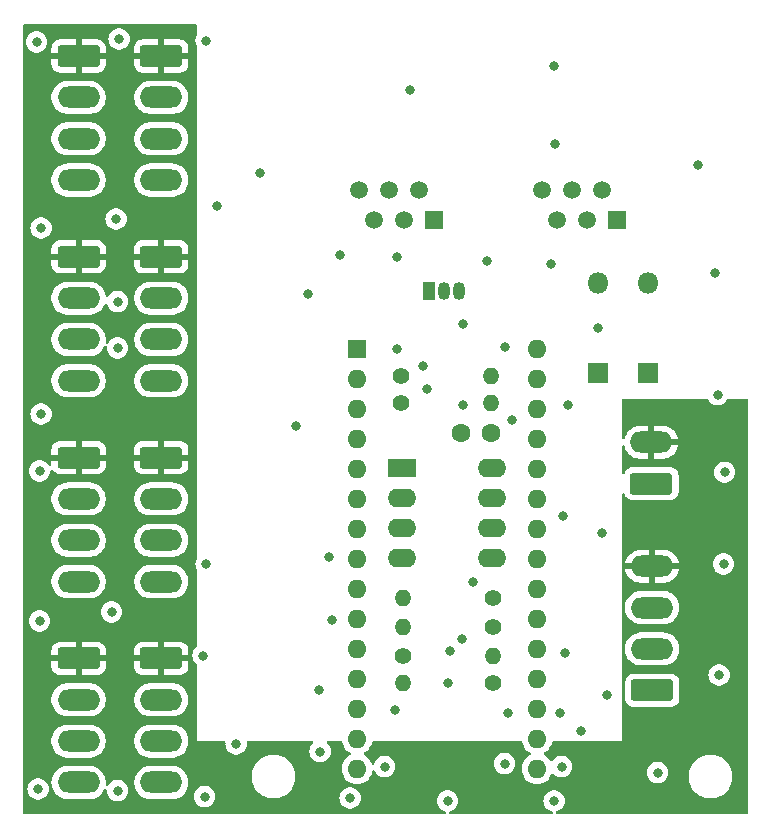
<source format=gbr>
%TF.GenerationSoftware,KiCad,Pcbnew,8.0.2*%
%TF.CreationDate,2024-09-21T14:57:53+02:00*%
%TF.ProjectId,FY_entry,46595f65-6e74-4727-992e-6b696361645f,rev?*%
%TF.SameCoordinates,Original*%
%TF.FileFunction,Copper,L3,Inr*%
%TF.FilePolarity,Positive*%
%FSLAX46Y46*%
G04 Gerber Fmt 4.6, Leading zero omitted, Abs format (unit mm)*
G04 Created by KiCad (PCBNEW 8.0.2) date 2024-09-21 14:57:53*
%MOMM*%
%LPD*%
G01*
G04 APERTURE LIST*
G04 Aperture macros list*
%AMRoundRect*
0 Rectangle with rounded corners*
0 $1 Rounding radius*
0 $2 $3 $4 $5 $6 $7 $8 $9 X,Y pos of 4 corners*
0 Add a 4 corners polygon primitive as box body*
4,1,4,$2,$3,$4,$5,$6,$7,$8,$9,$2,$3,0*
0 Add four circle primitives for the rounded corners*
1,1,$1+$1,$2,$3*
1,1,$1+$1,$4,$5*
1,1,$1+$1,$6,$7*
1,1,$1+$1,$8,$9*
0 Add four rect primitives between the rounded corners*
20,1,$1+$1,$2,$3,$4,$5,0*
20,1,$1+$1,$4,$5,$6,$7,0*
20,1,$1+$1,$6,$7,$8,$9,0*
20,1,$1+$1,$8,$9,$2,$3,0*%
G04 Aperture macros list end*
%TA.AperFunction,ComponentPad*%
%ADD10RoundRect,0.250000X-1.550000X0.650000X-1.550000X-0.650000X1.550000X-0.650000X1.550000X0.650000X0*%
%TD*%
%TA.AperFunction,ComponentPad*%
%ADD11O,3.600000X1.800000*%
%TD*%
%TA.AperFunction,ComponentPad*%
%ADD12R,2.400000X1.600000*%
%TD*%
%TA.AperFunction,ComponentPad*%
%ADD13O,2.400000X1.600000*%
%TD*%
%TA.AperFunction,ComponentPad*%
%ADD14C,1.400000*%
%TD*%
%TA.AperFunction,ComponentPad*%
%ADD15O,1.400000X1.400000*%
%TD*%
%TA.AperFunction,ComponentPad*%
%ADD16R,1.050000X1.500000*%
%TD*%
%TA.AperFunction,ComponentPad*%
%ADD17O,1.050000X1.500000*%
%TD*%
%TA.AperFunction,ComponentPad*%
%ADD18C,1.520000*%
%TD*%
%TA.AperFunction,ComponentPad*%
%ADD19R,1.520000X1.520000*%
%TD*%
%TA.AperFunction,ComponentPad*%
%ADD20RoundRect,0.250000X1.550000X-0.650000X1.550000X0.650000X-1.550000X0.650000X-1.550000X-0.650000X0*%
%TD*%
%TA.AperFunction,ComponentPad*%
%ADD21R,1.800000X1.800000*%
%TD*%
%TA.AperFunction,ComponentPad*%
%ADD22O,1.800000X1.800000*%
%TD*%
%TA.AperFunction,ComponentPad*%
%ADD23C,1.600000*%
%TD*%
%TA.AperFunction,ComponentPad*%
%ADD24O,1.600000X1.600000*%
%TD*%
%TA.AperFunction,ComponentPad*%
%ADD25R,1.600000X1.600000*%
%TD*%
%TA.AperFunction,ViaPad*%
%ADD26C,0.800000*%
%TD*%
G04 APERTURE END LIST*
D10*
%TO.N,/DCC/ring_right*%
%TO.C,J901*%
X39000000Y-96000000D03*
D11*
%TO.N,/DCC/ring_left*%
X39000000Y-99500000D03*
%TO.N,/atmega/occupied8*%
X39000000Y-103000000D03*
%TO.N,GND*%
X39000000Y-106500000D03*
%TD*%
D10*
%TO.N,/DCC/ring_right*%
%TO.C,J701*%
X39000000Y-79000000D03*
D11*
%TO.N,/DCC/ring_left*%
X39000000Y-82500000D03*
%TO.N,/atmega/occupied6*%
X39000000Y-86000000D03*
%TO.N,GND*%
X39000000Y-89500000D03*
%TD*%
D10*
%TO.N,/DCC/ring_right*%
%TO.C,J501*%
X39000000Y-62000000D03*
D11*
%TO.N,/DCC/ring_left*%
X39000000Y-65500000D03*
%TO.N,/atmega/occupied4*%
X39000000Y-69000000D03*
%TO.N,GND*%
X39000000Y-72500000D03*
%TD*%
D10*
%TO.N,/DCC/ring_right*%
%TO.C,J301*%
X39000000Y-45000000D03*
D11*
%TO.N,/DCC/ring_left*%
X39000000Y-48500000D03*
%TO.N,/atmega/occupied2*%
X39000000Y-52000000D03*
%TO.N,GND*%
X39000000Y-55500000D03*
%TD*%
D12*
%TO.N,GND*%
%TO.C,U1301*%
X59380000Y-79880000D03*
D13*
%TO.N,Net-(U1301-+)*%
X59380000Y-82420000D03*
%TO.N,Net-(U1301--)*%
X59380000Y-84960000D03*
%TO.N,GND*%
X59380000Y-87500000D03*
%TO.N,unconnected-(U1301-BAL-Pad5)*%
X67000000Y-87500000D03*
%TO.N,unconnected-(U1301-STRB-Pad6)*%
X67000000Y-84960000D03*
%TO.N,/Lnet/Lnet_Rx*%
X67000000Y-82420000D03*
%TO.N,+5V*%
X67000000Y-79880000D03*
%TD*%
D14*
%TO.N,Net-(U1301-+)*%
%TO.C,R1306*%
X59277000Y-74410000D03*
D15*
%TO.N,/Lnet/Lnet_Rx*%
X66897000Y-74410000D03*
%TD*%
D14*
%TO.N,Net-(Q1301-B)*%
%TO.C,R1305*%
X59277000Y-72124000D03*
D15*
%TO.N,/Lnet/Lnet_Tx*%
X66897000Y-72124000D03*
%TD*%
D14*
%TO.N,+5V*%
%TO.C,R1303*%
X67127000Y-90907000D03*
D15*
%TO.N,Net-(U1301--)*%
X59507000Y-90907000D03*
%TD*%
%TO.N,GND*%
%TO.C,R1302*%
X67127000Y-95758000D03*
D14*
%TO.N,Net-(U1301-+)*%
X59507000Y-95758000D03*
%TD*%
%TO.N,Net-(Q1301-C)*%
%TO.C,R1301*%
X67127000Y-98044000D03*
D15*
%TO.N,Net-(U1301-+)*%
X59507000Y-98044000D03*
%TD*%
D16*
%TO.N,Net-(Q1301-C)*%
%TO.C,Q1301*%
X61690000Y-64920000D03*
D17*
%TO.N,Net-(Q1301-B)*%
X62960000Y-64920000D03*
%TO.N,GND*%
X64230000Y-64920000D03*
%TD*%
D18*
%TO.N,railsyncA*%
%TO.C,J1301*%
X71210000Y-56350000D03*
%TO.N,GND*%
X72480000Y-58890000D03*
%TO.N,Net-(Q1301-C)*%
X73750000Y-56350000D03*
X75020000Y-58890000D03*
%TO.N,GND*%
X76290000Y-56350000D03*
D19*
%TO.N,railsyncB*%
X77560000Y-58890000D03*
%TD*%
D20*
%TO.N,/DCC/ring_left*%
%TO.C,J1201*%
X80500000Y-81195000D03*
D11*
%TO.N,/DCC/ring_right*%
X80500000Y-77695000D03*
%TD*%
D20*
%TO.N,GND*%
%TO.C,J1101*%
X80567500Y-98695000D03*
D11*
%TO.N,/atmega/upline*%
X80567500Y-95195000D03*
%TO.N,/DCC/ring_left*%
X80567500Y-91695000D03*
%TO.N,/DCC/ring_right*%
X80567500Y-88195000D03*
%TD*%
D10*
%TO.N,/DCC/ring_right*%
%TO.C,J801*%
X32000000Y-96000000D03*
D11*
%TO.N,/DCC/ring_left*%
X32000000Y-99500000D03*
%TO.N,/atmega/occupied7*%
X32000000Y-103000000D03*
%TO.N,GND*%
X32000000Y-106500000D03*
%TD*%
D10*
%TO.N,/DCC/ring_right*%
%TO.C,J601*%
X32000000Y-79000000D03*
D11*
%TO.N,/DCC/ring_left*%
X32000000Y-82500000D03*
%TO.N,/atmega/occupied5*%
X32000000Y-86000000D03*
%TO.N,GND*%
X32000000Y-89500000D03*
%TD*%
D10*
%TO.N,/DCC/ring_right*%
%TO.C,J401*%
X32000000Y-62000000D03*
D11*
%TO.N,/DCC/ring_left*%
X32000000Y-65500000D03*
%TO.N,/atmega/occupied3*%
X32000000Y-69000000D03*
%TO.N,GND*%
X32000000Y-72500000D03*
%TD*%
D10*
%TO.N,/DCC/ring_right*%
%TO.C,J201*%
X32000000Y-45000000D03*
D11*
%TO.N,/DCC/ring_left*%
X32000000Y-48500000D03*
%TO.N,/atmega/occupied1*%
X32000000Y-52000000D03*
%TO.N,GND*%
X32000000Y-55500000D03*
%TD*%
D21*
%TO.N,+12V*%
%TO.C,D1302*%
X80250000Y-71810000D03*
D22*
%TO.N,railsyncA*%
X80250000Y-64190000D03*
%TD*%
D21*
%TO.N,+12V*%
%TO.C,D1301*%
X76000000Y-71810000D03*
D22*
%TO.N,railsyncB*%
X76000000Y-64190000D03*
%TD*%
D23*
%TO.N,+5V*%
%TO.C,C1301*%
X66909000Y-76910000D03*
%TO.N,GND*%
X64409000Y-76910000D03*
%TD*%
D24*
%TO.N,+12V*%
%TO.C,A1001*%
X70820000Y-69780000D03*
%TO.N,GND*%
X70820000Y-72320000D03*
%TO.N,unconnected-(A1001-~{RESET}-Pad28)*%
X70820000Y-74860000D03*
%TO.N,+5V*%
X70820000Y-77400000D03*
%TO.N,unconnected-(A1001-A7-Pad26)*%
X70820000Y-79940000D03*
%TO.N,unconnected-(A1001-A6-Pad25)*%
X70820000Y-82480000D03*
%TO.N,unconnected-(A1001-A5-Pad24)*%
X70820000Y-85020000D03*
%TO.N,unconnected-(A1001-A4-Pad23)*%
X70820000Y-87560000D03*
%TO.N,unconnected-(A1001-A3-Pad22)*%
X70820000Y-90100000D03*
%TO.N,unconnected-(A1001-A2-Pad21)*%
X70820000Y-92640000D03*
%TO.N,unconnected-(A1001-A1-Pad20)*%
X70820000Y-95180000D03*
%TO.N,Net-(A1001-A0)*%
X70820000Y-97720000D03*
%TO.N,unconnected-(A1001-AREF-Pad18)*%
X70820000Y-100260000D03*
%TO.N,unconnected-(A1001-3V3-Pad17)*%
X70820000Y-102800000D03*
%TO.N,unconnected-(A1001-D13-Pad16)*%
X70820000Y-105340000D03*
%TO.N,/atmega/upline*%
X55580000Y-105340000D03*
%TO.N,/atmega/occupied7*%
X55580000Y-102800000D03*
%TO.N,/atmega/occupied8*%
X55580000Y-100260000D03*
%TO.N,/Lnet/Lnet_Tx*%
X55580000Y-97720000D03*
%TO.N,/Lnet/Lnet_Rx*%
X55580000Y-95180000D03*
%TO.N,/atmega/occupied6*%
X55580000Y-92640000D03*
%TO.N,/atmega/occupied5*%
X55580000Y-90100000D03*
%TO.N,/atmega/occupied4*%
X55580000Y-87560000D03*
%TO.N,/atmega/occupied3*%
X55580000Y-85020000D03*
%TO.N,/atmega/occupied2*%
X55580000Y-82480000D03*
%TO.N,/atmega/occupied1*%
X55580000Y-79940000D03*
%TO.N,GND*%
X55580000Y-77400000D03*
%TO.N,unconnected-(A1001-~{RESET}-Pad3)*%
X55580000Y-74860000D03*
%TO.N,unconnected-(A1001-D0{slash}RX-Pad2)*%
X55580000Y-72320000D03*
D25*
%TO.N,unconnected-(A1001-D1{slash}TX-Pad1)*%
X55580000Y-69780000D03*
%TD*%
D14*
%TO.N,GND*%
%TO.C,R1304*%
X67127000Y-93345000D03*
D15*
%TO.N,Net-(U1301--)*%
X59507000Y-93345000D03*
%TD*%
D18*
%TO.N,railsyncA*%
%TO.C,J1302*%
X55740000Y-56350000D03*
%TO.N,GND*%
X57010000Y-58890000D03*
%TO.N,Net-(Q1301-C)*%
X58280000Y-56350000D03*
X59550000Y-58890000D03*
%TO.N,GND*%
X60820000Y-56350000D03*
D19*
%TO.N,railsyncB*%
X62090000Y-58890000D03*
%TD*%
D26*
%TO.N,GND*%
X65405000Y-89535000D03*
X76000000Y-68000000D03*
X76327000Y-85344000D03*
X86233000Y-97409000D03*
X86614000Y-88011000D03*
X86701613Y-80235517D03*
X86106000Y-73660000D03*
X28829000Y-59563000D03*
X28829000Y-75311000D03*
X28702000Y-80137000D03*
X28702000Y-92837000D03*
X28575000Y-107061000D03*
X35306000Y-107188000D03*
X34798000Y-92075000D03*
X42545000Y-95758000D03*
X42799000Y-88011000D03*
X53467000Y-92710000D03*
X52324000Y-98679000D03*
X63317000Y-98044000D03*
X58801000Y-100330000D03*
X68326000Y-100584000D03*
X68072000Y-104902000D03*
X57912000Y-105156000D03*
X42672000Y-107696000D03*
X45339000Y-103251000D03*
X52451000Y-103886000D03*
X54991000Y-107823000D03*
X63246000Y-108077000D03*
X72263000Y-108077000D03*
X81026000Y-105664000D03*
X72898000Y-105156000D03*
X72771000Y-100584000D03*
X74549000Y-102108000D03*
X76708000Y-99060000D03*
X73152000Y-95504000D03*
X73025000Y-83947000D03*
X73406000Y-74549000D03*
X68707000Y-75819000D03*
X64516000Y-74549000D03*
X61468000Y-73152000D03*
X68072000Y-69596000D03*
X64516000Y-67691000D03*
X72009000Y-62611000D03*
X66548000Y-62357000D03*
X72337535Y-52459175D03*
X85852000Y-63373000D03*
X84455000Y-54229000D03*
X72263000Y-45847000D03*
X60071000Y-47879000D03*
X58928000Y-61976000D03*
X43688000Y-57658000D03*
X51435000Y-65151000D03*
X54102000Y-61849000D03*
X47371000Y-54864000D03*
X42799000Y-43688000D03*
X35433000Y-43561000D03*
X28448000Y-43815000D03*
X35179000Y-58801000D03*
X35306000Y-65786000D03*
X35306000Y-69723000D03*
X50419000Y-76327000D03*
X53213000Y-87376000D03*
%TO.N,/Lnet/Lnet_Rx*%
X64492653Y-94384347D03*
X63467347Y-95409653D03*
%TO.N,/Lnet/Lnet_Tx*%
X61196653Y-71229653D03*
X58986847Y-69781847D03*
%TD*%
%TA.AperFunction,Conductor*%
%TO.N,/DCC/ring_right*%
G36*
X41943039Y-42320185D02*
G01*
X41988794Y-42372989D01*
X42000000Y-42424500D01*
X42000000Y-43237682D01*
X41983387Y-43299682D01*
X41971821Y-43319714D01*
X41954592Y-43372740D01*
X41913326Y-43499744D01*
X41893540Y-43688000D01*
X41913326Y-43876256D01*
X41913327Y-43876259D01*
X41971818Y-44056277D01*
X41971819Y-44056279D01*
X41971821Y-44056284D01*
X41983387Y-44076318D01*
X42000000Y-44138316D01*
X42000000Y-87560682D01*
X41983387Y-87622682D01*
X41971821Y-87642714D01*
X41913327Y-87822740D01*
X41913326Y-87822744D01*
X41893540Y-88011000D01*
X41913326Y-88199256D01*
X41913327Y-88199259D01*
X41971818Y-88379277D01*
X41971819Y-88379279D01*
X41971821Y-88379284D01*
X41983387Y-88399318D01*
X42000000Y-88461316D01*
X42000000Y-94977705D01*
X41980315Y-95044744D01*
X41948888Y-95078021D01*
X41939130Y-95085110D01*
X41939123Y-95085116D01*
X41812466Y-95225785D01*
X41717821Y-95389715D01*
X41717818Y-95389722D01*
X41670139Y-95536464D01*
X41659326Y-95569744D01*
X41639540Y-95758000D01*
X41659326Y-95946256D01*
X41659327Y-95946259D01*
X41717818Y-96126277D01*
X41717821Y-96126284D01*
X41812467Y-96290216D01*
X41939129Y-96430888D01*
X41948880Y-96437973D01*
X41991549Y-96493299D01*
X42000000Y-96538294D01*
X42000000Y-103000000D01*
X44322205Y-103000000D01*
X44389244Y-103019685D01*
X44434999Y-103072489D01*
X44445525Y-103136959D01*
X44433540Y-103251000D01*
X44453326Y-103439256D01*
X44453327Y-103439259D01*
X44511818Y-103619277D01*
X44511821Y-103619284D01*
X44606467Y-103783216D01*
X44722747Y-103912358D01*
X44733129Y-103923888D01*
X44886265Y-104035148D01*
X44886270Y-104035151D01*
X45059192Y-104112142D01*
X45059197Y-104112144D01*
X45244354Y-104151500D01*
X45244355Y-104151500D01*
X45433644Y-104151500D01*
X45433646Y-104151500D01*
X45618803Y-104112144D01*
X45791730Y-104035151D01*
X45944871Y-103923888D01*
X46071533Y-103783216D01*
X46166179Y-103619284D01*
X46224674Y-103439256D01*
X46244460Y-103251000D01*
X46232474Y-103136959D01*
X46245044Y-103068231D01*
X46292776Y-103017208D01*
X46355795Y-103000000D01*
X51758783Y-103000000D01*
X51825822Y-103019685D01*
X51871577Y-103072489D01*
X51881521Y-103141647D01*
X51852496Y-103205203D01*
X51849476Y-103208280D01*
X51849478Y-103208282D01*
X51718466Y-103353785D01*
X51623821Y-103517715D01*
X51623818Y-103517722D01*
X51584367Y-103639141D01*
X51565326Y-103697744D01*
X51545540Y-103886000D01*
X51565326Y-104074256D01*
X51565327Y-104074259D01*
X51623818Y-104254277D01*
X51623821Y-104254284D01*
X51718467Y-104418216D01*
X51845129Y-104558888D01*
X51998265Y-104670148D01*
X51998270Y-104670151D01*
X52171192Y-104747142D01*
X52171197Y-104747144D01*
X52356354Y-104786500D01*
X52356355Y-104786500D01*
X52545644Y-104786500D01*
X52545646Y-104786500D01*
X52730803Y-104747144D01*
X52903730Y-104670151D01*
X53056871Y-104558888D01*
X53183533Y-104418216D01*
X53278179Y-104254284D01*
X53336674Y-104074256D01*
X53356460Y-103886000D01*
X53336674Y-103697744D01*
X53278179Y-103517716D01*
X53183533Y-103353784D01*
X53056871Y-103213112D01*
X53056870Y-103213111D01*
X53052522Y-103208282D01*
X53054372Y-103206616D01*
X53023597Y-103156667D01*
X53024925Y-103086810D01*
X53063810Y-103028761D01*
X53127906Y-103000949D01*
X53143217Y-103000000D01*
X54192064Y-103000000D01*
X54259103Y-103019685D01*
X54304858Y-103072489D01*
X54311839Y-103091907D01*
X54353258Y-103246488D01*
X54353261Y-103246497D01*
X54449431Y-103452732D01*
X54449432Y-103452734D01*
X54579954Y-103639141D01*
X54740858Y-103800045D01*
X54740861Y-103800047D01*
X54927266Y-103930568D01*
X54985275Y-103957618D01*
X55037714Y-104003791D01*
X55056866Y-104070984D01*
X55036650Y-104137865D01*
X54985275Y-104182382D01*
X54927267Y-104209431D01*
X54927265Y-104209432D01*
X54740858Y-104339954D01*
X54579954Y-104500858D01*
X54449432Y-104687265D01*
X54449431Y-104687267D01*
X54353261Y-104893502D01*
X54353258Y-104893511D01*
X54294366Y-105113302D01*
X54294364Y-105113313D01*
X54274532Y-105339998D01*
X54274532Y-105340001D01*
X54294364Y-105566686D01*
X54294366Y-105566697D01*
X54353258Y-105786488D01*
X54353261Y-105786497D01*
X54449431Y-105992732D01*
X54449432Y-105992734D01*
X54579954Y-106179141D01*
X54740858Y-106340045D01*
X54740861Y-106340047D01*
X54927266Y-106470568D01*
X55133504Y-106566739D01*
X55353308Y-106625635D01*
X55515230Y-106639801D01*
X55579998Y-106645468D01*
X55580000Y-106645468D01*
X55580002Y-106645468D01*
X55636673Y-106640509D01*
X55806692Y-106625635D01*
X56026496Y-106566739D01*
X56232734Y-106470568D01*
X56419139Y-106340047D01*
X56580047Y-106179139D01*
X56710568Y-105992734D01*
X56806739Y-105786496D01*
X56865395Y-105567585D01*
X56901759Y-105507928D01*
X56964605Y-105477398D01*
X57033981Y-105485692D01*
X57087859Y-105530177D01*
X57092552Y-105537675D01*
X57179467Y-105688216D01*
X57256797Y-105774099D01*
X57306129Y-105828888D01*
X57459265Y-105940148D01*
X57459270Y-105940151D01*
X57632192Y-106017142D01*
X57632197Y-106017144D01*
X57817354Y-106056500D01*
X57817355Y-106056500D01*
X58006644Y-106056500D01*
X58006646Y-106056500D01*
X58191803Y-106017144D01*
X58364730Y-105940151D01*
X58517871Y-105828888D01*
X58644533Y-105688216D01*
X58739179Y-105524284D01*
X58797674Y-105344256D01*
X58817460Y-105156000D01*
X58797674Y-104967744D01*
X58776312Y-104902000D01*
X67166540Y-104902000D01*
X67186326Y-105090256D01*
X67186327Y-105090259D01*
X67244818Y-105270277D01*
X67244821Y-105270284D01*
X67339467Y-105434216D01*
X67405838Y-105507928D01*
X67466129Y-105574888D01*
X67619265Y-105686148D01*
X67619270Y-105686151D01*
X67792192Y-105763142D01*
X67792197Y-105763144D01*
X67977354Y-105802500D01*
X67977355Y-105802500D01*
X68166644Y-105802500D01*
X68166646Y-105802500D01*
X68351803Y-105763144D01*
X68524730Y-105686151D01*
X68677871Y-105574888D01*
X68804533Y-105434216D01*
X68899179Y-105270284D01*
X68957674Y-105090256D01*
X68977460Y-104902000D01*
X68957674Y-104713744D01*
X68899179Y-104533716D01*
X68804533Y-104369784D01*
X68677871Y-104229112D01*
X68650784Y-104209432D01*
X68524734Y-104117851D01*
X68524729Y-104117848D01*
X68351807Y-104040857D01*
X68351802Y-104040855D01*
X68169633Y-104002135D01*
X68166646Y-104001500D01*
X67977354Y-104001500D01*
X67974367Y-104002135D01*
X67792197Y-104040855D01*
X67792192Y-104040857D01*
X67619270Y-104117848D01*
X67619265Y-104117851D01*
X67466129Y-104229111D01*
X67339466Y-104369785D01*
X67244821Y-104533715D01*
X67244818Y-104533722D01*
X67188699Y-104706440D01*
X67186326Y-104713744D01*
X67166540Y-104902000D01*
X58776312Y-104902000D01*
X58739179Y-104787716D01*
X58644533Y-104623784D01*
X58517871Y-104483112D01*
X58517870Y-104483111D01*
X58364734Y-104371851D01*
X58364729Y-104371848D01*
X58191807Y-104294857D01*
X58191802Y-104294855D01*
X58046001Y-104263865D01*
X58006646Y-104255500D01*
X57817354Y-104255500D01*
X57784897Y-104262398D01*
X57632197Y-104294855D01*
X57632192Y-104294857D01*
X57459270Y-104371848D01*
X57459265Y-104371851D01*
X57306129Y-104483111D01*
X57179466Y-104623785D01*
X57084821Y-104787715D01*
X57084818Y-104787722D01*
X57046244Y-104906442D01*
X57006806Y-104964118D01*
X56942448Y-104991316D01*
X56873601Y-104979401D01*
X56822126Y-104932157D01*
X56808538Y-104900216D01*
X56806742Y-104893513D01*
X56806738Y-104893502D01*
X56800372Y-104879851D01*
X56710568Y-104687266D01*
X56580047Y-104500861D01*
X56580045Y-104500858D01*
X56419141Y-104339954D01*
X56232734Y-104209432D01*
X56232728Y-104209429D01*
X56174725Y-104182382D01*
X56122285Y-104136210D01*
X56103133Y-104069017D01*
X56123348Y-104002135D01*
X56174725Y-103957618D01*
X56232734Y-103930568D01*
X56419139Y-103800047D01*
X56580047Y-103639139D01*
X56710568Y-103452734D01*
X56806739Y-103246496D01*
X56823266Y-103184815D01*
X56848161Y-103091907D01*
X56884526Y-103032246D01*
X56947373Y-103001717D01*
X56967936Y-103000000D01*
X69432064Y-103000000D01*
X69499103Y-103019685D01*
X69544858Y-103072489D01*
X69551839Y-103091907D01*
X69593258Y-103246488D01*
X69593261Y-103246497D01*
X69689431Y-103452732D01*
X69689432Y-103452734D01*
X69819954Y-103639141D01*
X69980858Y-103800045D01*
X69980861Y-103800047D01*
X70167266Y-103930568D01*
X70225275Y-103957618D01*
X70277714Y-104003791D01*
X70296866Y-104070984D01*
X70276650Y-104137865D01*
X70225275Y-104182382D01*
X70167267Y-104209431D01*
X70167265Y-104209432D01*
X69980858Y-104339954D01*
X69819954Y-104500858D01*
X69689432Y-104687265D01*
X69689431Y-104687267D01*
X69593261Y-104893502D01*
X69593258Y-104893511D01*
X69534366Y-105113302D01*
X69534364Y-105113313D01*
X69514532Y-105339998D01*
X69514532Y-105340001D01*
X69534364Y-105566686D01*
X69534366Y-105566697D01*
X69593258Y-105786488D01*
X69593261Y-105786497D01*
X69689431Y-105992732D01*
X69689432Y-105992734D01*
X69819954Y-106179141D01*
X69980858Y-106340045D01*
X69980861Y-106340047D01*
X70167266Y-106470568D01*
X70373504Y-106566739D01*
X70593308Y-106625635D01*
X70755230Y-106639801D01*
X70819998Y-106645468D01*
X70820000Y-106645468D01*
X70820002Y-106645468D01*
X70876673Y-106640509D01*
X71046692Y-106625635D01*
X71266496Y-106566739D01*
X71472734Y-106470568D01*
X71659139Y-106340047D01*
X71820047Y-106179139D01*
X71950568Y-105992734D01*
X72038267Y-105804663D01*
X72084437Y-105752227D01*
X72151631Y-105733075D01*
X72218512Y-105753291D01*
X72242795Y-105774097D01*
X72292129Y-105828888D01*
X72445265Y-105940148D01*
X72445270Y-105940151D01*
X72618192Y-106017142D01*
X72618197Y-106017144D01*
X72803354Y-106056500D01*
X72803355Y-106056500D01*
X72992644Y-106056500D01*
X72992646Y-106056500D01*
X73177803Y-106017144D01*
X73350730Y-105940151D01*
X73503871Y-105828888D01*
X73630533Y-105688216D01*
X73644514Y-105664000D01*
X80120540Y-105664000D01*
X80140326Y-105852256D01*
X80140327Y-105852259D01*
X80198818Y-106032277D01*
X80198821Y-106032284D01*
X80293467Y-106196216D01*
X80375660Y-106287500D01*
X80420129Y-106336888D01*
X80573265Y-106448148D01*
X80573270Y-106448151D01*
X80746192Y-106525142D01*
X80746197Y-106525144D01*
X80931354Y-106564500D01*
X80931355Y-106564500D01*
X81120644Y-106564500D01*
X81120646Y-106564500D01*
X81305803Y-106525144D01*
X81478730Y-106448151D01*
X81631871Y-106336888D01*
X81758533Y-106196216D01*
X81853179Y-106032284D01*
X81903078Y-105878711D01*
X83649500Y-105878711D01*
X83649500Y-106121288D01*
X83681161Y-106361785D01*
X83743947Y-106596104D01*
X83836573Y-106819722D01*
X83836776Y-106820212D01*
X83958064Y-107030289D01*
X83958066Y-107030292D01*
X83958067Y-107030293D01*
X84105733Y-107222736D01*
X84105739Y-107222743D01*
X84277256Y-107394260D01*
X84277263Y-107394266D01*
X84322900Y-107429284D01*
X84469711Y-107541936D01*
X84679788Y-107663224D01*
X84903900Y-107756054D01*
X85138211Y-107818838D01*
X85318586Y-107842584D01*
X85378711Y-107850500D01*
X85378712Y-107850500D01*
X85621289Y-107850500D01*
X85669388Y-107844167D01*
X85861789Y-107818838D01*
X86096100Y-107756054D01*
X86320212Y-107663224D01*
X86530289Y-107541936D01*
X86722738Y-107394265D01*
X86894265Y-107222738D01*
X87041936Y-107030289D01*
X87163224Y-106820212D01*
X87256054Y-106596100D01*
X87318838Y-106361789D01*
X87350500Y-106121288D01*
X87350500Y-105878712D01*
X87347017Y-105852259D01*
X87336728Y-105774099D01*
X87318838Y-105638211D01*
X87256054Y-105403900D01*
X87163224Y-105179788D01*
X87041936Y-104969711D01*
X86894265Y-104777262D01*
X86894260Y-104777256D01*
X86722743Y-104605739D01*
X86722736Y-104605733D01*
X86530293Y-104458067D01*
X86530292Y-104458066D01*
X86530289Y-104458064D01*
X86358661Y-104358974D01*
X86320214Y-104336777D01*
X86320205Y-104336773D01*
X86096104Y-104243947D01*
X85861785Y-104181161D01*
X85621289Y-104149500D01*
X85621288Y-104149500D01*
X85378712Y-104149500D01*
X85378711Y-104149500D01*
X85138214Y-104181161D01*
X84903895Y-104243947D01*
X84679794Y-104336773D01*
X84679785Y-104336777D01*
X84469706Y-104458067D01*
X84277263Y-104605733D01*
X84277256Y-104605739D01*
X84105739Y-104777256D01*
X84105733Y-104777263D01*
X83958067Y-104969706D01*
X83958064Y-104969710D01*
X83958064Y-104969711D01*
X83945709Y-104991111D01*
X83836777Y-105179785D01*
X83836773Y-105179794D01*
X83743947Y-105403895D01*
X83681161Y-105638214D01*
X83649500Y-105878711D01*
X81903078Y-105878711D01*
X81911674Y-105852256D01*
X81931460Y-105664000D01*
X81911674Y-105475744D01*
X81853179Y-105295716D01*
X81758533Y-105131784D01*
X81631871Y-104991112D01*
X81631870Y-104991111D01*
X81478734Y-104879851D01*
X81478729Y-104879848D01*
X81305807Y-104802857D01*
X81305802Y-104802855D01*
X81160001Y-104771865D01*
X81120646Y-104763500D01*
X80931354Y-104763500D01*
X80898897Y-104770398D01*
X80746197Y-104802855D01*
X80746192Y-104802857D01*
X80573270Y-104879848D01*
X80573265Y-104879851D01*
X80420129Y-104991111D01*
X80293466Y-105131785D01*
X80198821Y-105295715D01*
X80198818Y-105295722D01*
X80154618Y-105431758D01*
X80140326Y-105475744D01*
X80120540Y-105664000D01*
X73644514Y-105664000D01*
X73725179Y-105524284D01*
X73783674Y-105344256D01*
X73803460Y-105156000D01*
X73783674Y-104967744D01*
X73725179Y-104787716D01*
X73630533Y-104623784D01*
X73503871Y-104483112D01*
X73503870Y-104483111D01*
X73350734Y-104371851D01*
X73350729Y-104371848D01*
X73177807Y-104294857D01*
X73177802Y-104294855D01*
X73032001Y-104263865D01*
X72992646Y-104255500D01*
X72803354Y-104255500D01*
X72770897Y-104262398D01*
X72618197Y-104294855D01*
X72618192Y-104294857D01*
X72445270Y-104371848D01*
X72445265Y-104371851D01*
X72292129Y-104483111D01*
X72165465Y-104623785D01*
X72165463Y-104623788D01*
X72145581Y-104658225D01*
X72095014Y-104706440D01*
X72026406Y-104719662D01*
X71961542Y-104693694D01*
X71936622Y-104667349D01*
X71820047Y-104500861D01*
X71820045Y-104500858D01*
X71659141Y-104339954D01*
X71472734Y-104209432D01*
X71472728Y-104209429D01*
X71414725Y-104182382D01*
X71362285Y-104136210D01*
X71343133Y-104069017D01*
X71363348Y-104002135D01*
X71414725Y-103957618D01*
X71472734Y-103930568D01*
X71659139Y-103800047D01*
X71820047Y-103639139D01*
X71950568Y-103452734D01*
X72046739Y-103246496D01*
X72063266Y-103184815D01*
X72088161Y-103091907D01*
X72124526Y-103032246D01*
X72187373Y-103001717D01*
X72207936Y-103000000D01*
X74401333Y-103000000D01*
X74427113Y-103002710D01*
X74432717Y-103003900D01*
X74454354Y-103008500D01*
X74643646Y-103008500D01*
X74666272Y-103003690D01*
X74670887Y-103002710D01*
X74696667Y-103000000D01*
X78000000Y-103000000D01*
X78000000Y-97994983D01*
X78267000Y-97994983D01*
X78267000Y-99395001D01*
X78267001Y-99395018D01*
X78277500Y-99497796D01*
X78277501Y-99497799D01*
X78332685Y-99664331D01*
X78332687Y-99664336D01*
X78367569Y-99720888D01*
X78424788Y-99813656D01*
X78548844Y-99937712D01*
X78698166Y-100029814D01*
X78864703Y-100084999D01*
X78967491Y-100095500D01*
X82167508Y-100095499D01*
X82270297Y-100084999D01*
X82436834Y-100029814D01*
X82586156Y-99937712D01*
X82710212Y-99813656D01*
X82802314Y-99664334D01*
X82857499Y-99497797D01*
X82868000Y-99395009D01*
X82867999Y-97994992D01*
X82857499Y-97892203D01*
X82802314Y-97725666D01*
X82710212Y-97576344D01*
X82586156Y-97452288D01*
X82515975Y-97409000D01*
X85327540Y-97409000D01*
X85347326Y-97597256D01*
X85347327Y-97597259D01*
X85405818Y-97777277D01*
X85405821Y-97777284D01*
X85500467Y-97941216D01*
X85627129Y-98081888D01*
X85780265Y-98193148D01*
X85780270Y-98193151D01*
X85953192Y-98270142D01*
X85953197Y-98270144D01*
X86138354Y-98309500D01*
X86138355Y-98309500D01*
X86327644Y-98309500D01*
X86327646Y-98309500D01*
X86512803Y-98270144D01*
X86685730Y-98193151D01*
X86838871Y-98081888D01*
X86965533Y-97941216D01*
X87060179Y-97777284D01*
X87118674Y-97597256D01*
X87138460Y-97409000D01*
X87118674Y-97220744D01*
X87060179Y-97040716D01*
X86965533Y-96876784D01*
X86838871Y-96736112D01*
X86838870Y-96736111D01*
X86685734Y-96624851D01*
X86685729Y-96624848D01*
X86512807Y-96547857D01*
X86512802Y-96547855D01*
X86367001Y-96516865D01*
X86327646Y-96508500D01*
X86138354Y-96508500D01*
X86105897Y-96515398D01*
X85953197Y-96547855D01*
X85953192Y-96547857D01*
X85780270Y-96624848D01*
X85780265Y-96624851D01*
X85627129Y-96736111D01*
X85500466Y-96876785D01*
X85405821Y-97040715D01*
X85405818Y-97040722D01*
X85347327Y-97220740D01*
X85347326Y-97220744D01*
X85327540Y-97409000D01*
X82515975Y-97409000D01*
X82436834Y-97360186D01*
X82270297Y-97305001D01*
X82270295Y-97305000D01*
X82167510Y-97294500D01*
X78967498Y-97294500D01*
X78967481Y-97294501D01*
X78864703Y-97305000D01*
X78864700Y-97305001D01*
X78698168Y-97360185D01*
X78698163Y-97360187D01*
X78548842Y-97452289D01*
X78424789Y-97576342D01*
X78332687Y-97725663D01*
X78332685Y-97725668D01*
X78304849Y-97809670D01*
X78277501Y-97892203D01*
X78277501Y-97892204D01*
X78277500Y-97892204D01*
X78267000Y-97994983D01*
X78000000Y-97994983D01*
X78000000Y-95084778D01*
X78267000Y-95084778D01*
X78267000Y-95305221D01*
X78301485Y-95522952D01*
X78369603Y-95732603D01*
X78369604Y-95732606D01*
X78420623Y-95832734D01*
X78465602Y-95921009D01*
X78469687Y-95929025D01*
X78599252Y-96107358D01*
X78599256Y-96107363D01*
X78755136Y-96263243D01*
X78755141Y-96263247D01*
X78820274Y-96310568D01*
X78933478Y-96392815D01*
X79008200Y-96430888D01*
X79129893Y-96492895D01*
X79129896Y-96492896D01*
X79234721Y-96526955D01*
X79339549Y-96561015D01*
X79557278Y-96595500D01*
X79557279Y-96595500D01*
X81577721Y-96595500D01*
X81577722Y-96595500D01*
X81795451Y-96561015D01*
X82005106Y-96492895D01*
X82201522Y-96392815D01*
X82379865Y-96263242D01*
X82535742Y-96107365D01*
X82665315Y-95929022D01*
X82765395Y-95732606D01*
X82833515Y-95522951D01*
X82868000Y-95305222D01*
X82868000Y-95084778D01*
X82833515Y-94867049D01*
X82772335Y-94678753D01*
X82765396Y-94657396D01*
X82765395Y-94657393D01*
X82714496Y-94557500D01*
X82665315Y-94460978D01*
X82609640Y-94384347D01*
X82535747Y-94282641D01*
X82535743Y-94282636D01*
X82379863Y-94126756D01*
X82379858Y-94126752D01*
X82201525Y-93997187D01*
X82201524Y-93997186D01*
X82201522Y-93997185D01*
X82138596Y-93965122D01*
X82005106Y-93897104D01*
X82005103Y-93897103D01*
X81795452Y-93828985D01*
X81686586Y-93811742D01*
X81577722Y-93794500D01*
X79557278Y-93794500D01*
X79484701Y-93805995D01*
X79339547Y-93828985D01*
X79129896Y-93897103D01*
X79129893Y-93897104D01*
X78933474Y-93997187D01*
X78755141Y-94126752D01*
X78755136Y-94126756D01*
X78599256Y-94282636D01*
X78599252Y-94282641D01*
X78469687Y-94460974D01*
X78369604Y-94657393D01*
X78369603Y-94657396D01*
X78301485Y-94867047D01*
X78267000Y-95084778D01*
X78000000Y-95084778D01*
X78000000Y-91584778D01*
X78267000Y-91584778D01*
X78267000Y-91805221D01*
X78301485Y-92022952D01*
X78369603Y-92232603D01*
X78369604Y-92232606D01*
X78406382Y-92304785D01*
X78461678Y-92413308D01*
X78469687Y-92429025D01*
X78599252Y-92607358D01*
X78599256Y-92607363D01*
X78755136Y-92763243D01*
X78755141Y-92763247D01*
X78910692Y-92876260D01*
X78933478Y-92892815D01*
X79061875Y-92958237D01*
X79129893Y-92992895D01*
X79129896Y-92992896D01*
X79229492Y-93025256D01*
X79339549Y-93061015D01*
X79557278Y-93095500D01*
X79557279Y-93095500D01*
X81577721Y-93095500D01*
X81577722Y-93095500D01*
X81795451Y-93061015D01*
X82005106Y-92992895D01*
X82201522Y-92892815D01*
X82379865Y-92763242D01*
X82535742Y-92607365D01*
X82665315Y-92429022D01*
X82765395Y-92232606D01*
X82833515Y-92022951D01*
X82868000Y-91805222D01*
X82868000Y-91584778D01*
X82833515Y-91367049D01*
X82765395Y-91157394D01*
X82765395Y-91157393D01*
X82730737Y-91089375D01*
X82665315Y-90960978D01*
X82626098Y-90907000D01*
X82535747Y-90782641D01*
X82535743Y-90782636D01*
X82379863Y-90626756D01*
X82379858Y-90626752D01*
X82201525Y-90497187D01*
X82201524Y-90497186D01*
X82201522Y-90497185D01*
X82080460Y-90435500D01*
X82005106Y-90397104D01*
X82005103Y-90397103D01*
X81795452Y-90328985D01*
X81686586Y-90311742D01*
X81577722Y-90294500D01*
X79557278Y-90294500D01*
X79484701Y-90305995D01*
X79339547Y-90328985D01*
X79129896Y-90397103D01*
X79129893Y-90397104D01*
X78933474Y-90497187D01*
X78755141Y-90626752D01*
X78755136Y-90626756D01*
X78599256Y-90782636D01*
X78599252Y-90782641D01*
X78469687Y-90960974D01*
X78369604Y-91157393D01*
X78369603Y-91157396D01*
X78301485Y-91367047D01*
X78267000Y-91584778D01*
X78000000Y-91584778D01*
X78000000Y-87945000D01*
X78289645Y-87945000D01*
X80019018Y-87945000D01*
X80008389Y-87963409D01*
X79967500Y-88116009D01*
X79967500Y-88273991D01*
X80008389Y-88426591D01*
X80019018Y-88445000D01*
X78289645Y-88445000D01*
X78301973Y-88522835D01*
X78301973Y-88522838D01*
X78370067Y-88732410D01*
X78470113Y-88928760D01*
X78599642Y-89107041D01*
X78755458Y-89262857D01*
X78933739Y-89392386D01*
X79130089Y-89492432D01*
X79339664Y-89560526D01*
X79557319Y-89595000D01*
X80317500Y-89595000D01*
X80317500Y-88743482D01*
X80335909Y-88754111D01*
X80488509Y-88795000D01*
X80646491Y-88795000D01*
X80799091Y-88754111D01*
X80817500Y-88743482D01*
X80817500Y-89595000D01*
X81577681Y-89595000D01*
X81795335Y-89560526D01*
X82004910Y-89492432D01*
X82201260Y-89392386D01*
X82379541Y-89262857D01*
X82535357Y-89107041D01*
X82664886Y-88928760D01*
X82764932Y-88732410D01*
X82833026Y-88522838D01*
X82833026Y-88522835D01*
X82845355Y-88445000D01*
X81115982Y-88445000D01*
X81126611Y-88426591D01*
X81167500Y-88273991D01*
X81167500Y-88116009D01*
X81139363Y-88011000D01*
X85708540Y-88011000D01*
X85728326Y-88199256D01*
X85728327Y-88199259D01*
X85786818Y-88379277D01*
X85786819Y-88379279D01*
X85786821Y-88379284D01*
X85881467Y-88543216D01*
X85921468Y-88587641D01*
X86008129Y-88683888D01*
X86161265Y-88795148D01*
X86161270Y-88795151D01*
X86334192Y-88872142D01*
X86334197Y-88872144D01*
X86519354Y-88911500D01*
X86519355Y-88911500D01*
X86708644Y-88911500D01*
X86708646Y-88911500D01*
X86893803Y-88872144D01*
X87066730Y-88795151D01*
X87219871Y-88683888D01*
X87346533Y-88543216D01*
X87441179Y-88379284D01*
X87499674Y-88199256D01*
X87519460Y-88011000D01*
X87499674Y-87822744D01*
X87441179Y-87642716D01*
X87346533Y-87478784D01*
X87219871Y-87338112D01*
X87213259Y-87333308D01*
X87066734Y-87226851D01*
X87066729Y-87226848D01*
X86893807Y-87149857D01*
X86893802Y-87149855D01*
X86748001Y-87118865D01*
X86708646Y-87110500D01*
X86519354Y-87110500D01*
X86486897Y-87117398D01*
X86334197Y-87149855D01*
X86334192Y-87149857D01*
X86161270Y-87226848D01*
X86161265Y-87226851D01*
X86008129Y-87338111D01*
X85881466Y-87478785D01*
X85786821Y-87642715D01*
X85786818Y-87642722D01*
X85728327Y-87822740D01*
X85728326Y-87822744D01*
X85708540Y-88011000D01*
X81139363Y-88011000D01*
X81126611Y-87963409D01*
X81115982Y-87945000D01*
X82845355Y-87945000D01*
X82833026Y-87867164D01*
X82833026Y-87867161D01*
X82764932Y-87657589D01*
X82664886Y-87461239D01*
X82535357Y-87282958D01*
X82379541Y-87127142D01*
X82201260Y-86997613D01*
X82004910Y-86897567D01*
X81795335Y-86829473D01*
X81577681Y-86795000D01*
X80817500Y-86795000D01*
X80817500Y-87646517D01*
X80799091Y-87635889D01*
X80646491Y-87595000D01*
X80488509Y-87595000D01*
X80335909Y-87635889D01*
X80317500Y-87646517D01*
X80317500Y-86795000D01*
X79557319Y-86795000D01*
X79339664Y-86829473D01*
X79130089Y-86897567D01*
X78933739Y-86997613D01*
X78755458Y-87127142D01*
X78599642Y-87282958D01*
X78470113Y-87461239D01*
X78370067Y-87657589D01*
X78301973Y-87867161D01*
X78301973Y-87867164D01*
X78289645Y-87945000D01*
X78000000Y-87945000D01*
X78000000Y-82132479D01*
X78019685Y-82065440D01*
X78072489Y-82019685D01*
X78141647Y-82009741D01*
X78205203Y-82038766D01*
X78241706Y-82093475D01*
X78265185Y-82164331D01*
X78265187Y-82164336D01*
X78300069Y-82220888D01*
X78357288Y-82313656D01*
X78481344Y-82437712D01*
X78630666Y-82529814D01*
X78797203Y-82584999D01*
X78899991Y-82595500D01*
X82100008Y-82595499D01*
X82202797Y-82584999D01*
X82369334Y-82529814D01*
X82518656Y-82437712D01*
X82642712Y-82313656D01*
X82734814Y-82164334D01*
X82789999Y-81997797D01*
X82800500Y-81895009D01*
X82800499Y-80494992D01*
X82789999Y-80392203D01*
X82738078Y-80235517D01*
X85796153Y-80235517D01*
X85815939Y-80423773D01*
X85815940Y-80423776D01*
X85874431Y-80603794D01*
X85874434Y-80603801D01*
X85969080Y-80767733D01*
X86007037Y-80809888D01*
X86095742Y-80908405D01*
X86248878Y-81019665D01*
X86248883Y-81019668D01*
X86421805Y-81096659D01*
X86421810Y-81096661D01*
X86606967Y-81136017D01*
X86606968Y-81136017D01*
X86796257Y-81136017D01*
X86796259Y-81136017D01*
X86981416Y-81096661D01*
X87154343Y-81019668D01*
X87307484Y-80908405D01*
X87434146Y-80767733D01*
X87528792Y-80603801D01*
X87587287Y-80423773D01*
X87607073Y-80235517D01*
X87587287Y-80047261D01*
X87528792Y-79867233D01*
X87434146Y-79703301D01*
X87307484Y-79562629D01*
X87302642Y-79559111D01*
X87154347Y-79451368D01*
X87154342Y-79451365D01*
X86981420Y-79374374D01*
X86981415Y-79374372D01*
X86835614Y-79343382D01*
X86796259Y-79335017D01*
X86606967Y-79335017D01*
X86574510Y-79341915D01*
X86421810Y-79374372D01*
X86421805Y-79374374D01*
X86248883Y-79451365D01*
X86248878Y-79451368D01*
X86095742Y-79562628D01*
X85969079Y-79703302D01*
X85874434Y-79867232D01*
X85874431Y-79867239D01*
X85815940Y-80047257D01*
X85815939Y-80047261D01*
X85796153Y-80235517D01*
X82738078Y-80235517D01*
X82734814Y-80225666D01*
X82642712Y-80076344D01*
X82518656Y-79952288D01*
X82380759Y-79867233D01*
X82369336Y-79860187D01*
X82369331Y-79860185D01*
X82367862Y-79859698D01*
X82202797Y-79805001D01*
X82202795Y-79805000D01*
X82100010Y-79794500D01*
X78899998Y-79794500D01*
X78899981Y-79794501D01*
X78797203Y-79805000D01*
X78797200Y-79805001D01*
X78630668Y-79860185D01*
X78630663Y-79860187D01*
X78481342Y-79952289D01*
X78357289Y-80076342D01*
X78265187Y-80225663D01*
X78265185Y-80225668D01*
X78241706Y-80296525D01*
X78201933Y-80353970D01*
X78137417Y-80380793D01*
X78068642Y-80368478D01*
X78017442Y-80320935D01*
X78000000Y-80257521D01*
X78000000Y-78084106D01*
X78019685Y-78017067D01*
X78072489Y-77971312D01*
X78141647Y-77961368D01*
X78205203Y-77990393D01*
X78241931Y-78045788D01*
X78302567Y-78232410D01*
X78402613Y-78428760D01*
X78532142Y-78607041D01*
X78687958Y-78762857D01*
X78866239Y-78892386D01*
X79062589Y-78992432D01*
X79272164Y-79060526D01*
X79489819Y-79095000D01*
X80250000Y-79095000D01*
X80250000Y-78243482D01*
X80268409Y-78254111D01*
X80421009Y-78295000D01*
X80578991Y-78295000D01*
X80731591Y-78254111D01*
X80750000Y-78243482D01*
X80750000Y-79095000D01*
X81510181Y-79095000D01*
X81727835Y-79060526D01*
X81937410Y-78992432D01*
X82133760Y-78892386D01*
X82312041Y-78762857D01*
X82467857Y-78607041D01*
X82597386Y-78428760D01*
X82697432Y-78232410D01*
X82765526Y-78022838D01*
X82765526Y-78022835D01*
X82777855Y-77945000D01*
X81048482Y-77945000D01*
X81059111Y-77926591D01*
X81100000Y-77773991D01*
X81100000Y-77616009D01*
X81059111Y-77463409D01*
X81048482Y-77445000D01*
X82777855Y-77445000D01*
X82765526Y-77367164D01*
X82765526Y-77367161D01*
X82697432Y-77157589D01*
X82597386Y-76961239D01*
X82467857Y-76782958D01*
X82312041Y-76627142D01*
X82133760Y-76497613D01*
X81937410Y-76397567D01*
X81727835Y-76329473D01*
X81510181Y-76295000D01*
X80750000Y-76295000D01*
X80750000Y-77146517D01*
X80731591Y-77135889D01*
X80578991Y-77095000D01*
X80421009Y-77095000D01*
X80268409Y-77135889D01*
X80250000Y-77146517D01*
X80250000Y-76295000D01*
X79489819Y-76295000D01*
X79272164Y-76329473D01*
X79062589Y-76397567D01*
X78866239Y-76497613D01*
X78687958Y-76627142D01*
X78532142Y-76782958D01*
X78402613Y-76961239D01*
X78302567Y-77157589D01*
X78241931Y-77344211D01*
X78202494Y-77401886D01*
X78138135Y-77429085D01*
X78069289Y-77417171D01*
X78017813Y-77369927D01*
X78000000Y-77305893D01*
X78000000Y-74124000D01*
X78019685Y-74056961D01*
X78072489Y-74011206D01*
X78124000Y-74000000D01*
X85190900Y-74000000D01*
X85257939Y-74019685D01*
X85298286Y-74061999D01*
X85373467Y-74192216D01*
X85500129Y-74332888D01*
X85653265Y-74444148D01*
X85653270Y-74444151D01*
X85826192Y-74521142D01*
X85826197Y-74521144D01*
X86011354Y-74560500D01*
X86011355Y-74560500D01*
X86200644Y-74560500D01*
X86200646Y-74560500D01*
X86385803Y-74521144D01*
X86558730Y-74444151D01*
X86711871Y-74332888D01*
X86838533Y-74192216D01*
X86913713Y-74061999D01*
X86964280Y-74013785D01*
X87021100Y-74000000D01*
X88575500Y-74000000D01*
X88642539Y-74019685D01*
X88688294Y-74072489D01*
X88699500Y-74124000D01*
X88699500Y-109075500D01*
X88679815Y-109142539D01*
X88627011Y-109188294D01*
X88575500Y-109199500D01*
X72492999Y-109199500D01*
X72425960Y-109179815D01*
X72380205Y-109127011D01*
X72370261Y-109057853D01*
X72399286Y-108994297D01*
X72458064Y-108956523D01*
X72467218Y-108954210D01*
X72481415Y-108951192D01*
X72542803Y-108938144D01*
X72715730Y-108861151D01*
X72868871Y-108749888D01*
X72995533Y-108609216D01*
X73090179Y-108445284D01*
X73148674Y-108265256D01*
X73168460Y-108077000D01*
X73148674Y-107888744D01*
X73090179Y-107708716D01*
X72995533Y-107544784D01*
X72868871Y-107404112D01*
X72868870Y-107404111D01*
X72715734Y-107292851D01*
X72715729Y-107292848D01*
X72542807Y-107215857D01*
X72542802Y-107215855D01*
X72397001Y-107184865D01*
X72357646Y-107176500D01*
X72168354Y-107176500D01*
X72135897Y-107183398D01*
X71983197Y-107215855D01*
X71983192Y-107215857D01*
X71810270Y-107292848D01*
X71810265Y-107292851D01*
X71657129Y-107404111D01*
X71530466Y-107544785D01*
X71435821Y-107708715D01*
X71435818Y-107708722D01*
X71391491Y-107845148D01*
X71377326Y-107888744D01*
X71357540Y-108077000D01*
X71377326Y-108265256D01*
X71377327Y-108265259D01*
X71435818Y-108445277D01*
X71435821Y-108445284D01*
X71530467Y-108609216D01*
X71597931Y-108684142D01*
X71657129Y-108749888D01*
X71810265Y-108861148D01*
X71810270Y-108861151D01*
X71983192Y-108938142D01*
X71983197Y-108938144D01*
X72058782Y-108954210D01*
X72120264Y-108987402D01*
X72154040Y-109048565D01*
X72149388Y-109118280D01*
X72107783Y-109174412D01*
X72042436Y-109199141D01*
X72033001Y-109199500D01*
X63475999Y-109199500D01*
X63408960Y-109179815D01*
X63363205Y-109127011D01*
X63353261Y-109057853D01*
X63382286Y-108994297D01*
X63441064Y-108956523D01*
X63450218Y-108954210D01*
X63464415Y-108951192D01*
X63525803Y-108938144D01*
X63698730Y-108861151D01*
X63851871Y-108749888D01*
X63978533Y-108609216D01*
X64073179Y-108445284D01*
X64131674Y-108265256D01*
X64151460Y-108077000D01*
X64131674Y-107888744D01*
X64073179Y-107708716D01*
X63978533Y-107544784D01*
X63851871Y-107404112D01*
X63851870Y-107404111D01*
X63698734Y-107292851D01*
X63698729Y-107292848D01*
X63525807Y-107215857D01*
X63525802Y-107215855D01*
X63380001Y-107184865D01*
X63340646Y-107176500D01*
X63151354Y-107176500D01*
X63118897Y-107183398D01*
X62966197Y-107215855D01*
X62966192Y-107215857D01*
X62793270Y-107292848D01*
X62793265Y-107292851D01*
X62640129Y-107404111D01*
X62513466Y-107544785D01*
X62418821Y-107708715D01*
X62418818Y-107708722D01*
X62374491Y-107845148D01*
X62360326Y-107888744D01*
X62340540Y-108077000D01*
X62360326Y-108265256D01*
X62360327Y-108265259D01*
X62418818Y-108445277D01*
X62418821Y-108445284D01*
X62513467Y-108609216D01*
X62580931Y-108684142D01*
X62640129Y-108749888D01*
X62793265Y-108861148D01*
X62793270Y-108861151D01*
X62966192Y-108938142D01*
X62966197Y-108938144D01*
X63041782Y-108954210D01*
X63103264Y-108987402D01*
X63137040Y-109048565D01*
X63132388Y-109118280D01*
X63090783Y-109174412D01*
X63025436Y-109199141D01*
X63016001Y-109199500D01*
X27424500Y-109199500D01*
X27357461Y-109179815D01*
X27311706Y-109127011D01*
X27300500Y-109075500D01*
X27300500Y-107061000D01*
X27669540Y-107061000D01*
X27689326Y-107249256D01*
X27689327Y-107249259D01*
X27747818Y-107429277D01*
X27747821Y-107429284D01*
X27842467Y-107593216D01*
X27956817Y-107720214D01*
X27969129Y-107733888D01*
X28122265Y-107845148D01*
X28122270Y-107845151D01*
X28295192Y-107922142D01*
X28295197Y-107922144D01*
X28480354Y-107961500D01*
X28480355Y-107961500D01*
X28669644Y-107961500D01*
X28669646Y-107961500D01*
X28854803Y-107922144D01*
X29027730Y-107845151D01*
X29180871Y-107733888D01*
X29307533Y-107593216D01*
X29402179Y-107429284D01*
X29460674Y-107249256D01*
X29480460Y-107061000D01*
X29460674Y-106872744D01*
X29402179Y-106692716D01*
X29307533Y-106528784D01*
X29182371Y-106389778D01*
X29699500Y-106389778D01*
X29699500Y-106610222D01*
X29707974Y-106663727D01*
X29733985Y-106827952D01*
X29802103Y-107037603D01*
X29802104Y-107037606D01*
X29830619Y-107093568D01*
X29896435Y-107222738D01*
X29902187Y-107234025D01*
X30031752Y-107412358D01*
X30031756Y-107412363D01*
X30187636Y-107568243D01*
X30187641Y-107568247D01*
X30318367Y-107663224D01*
X30365978Y-107697815D01*
X30480277Y-107756054D01*
X30562393Y-107797895D01*
X30562396Y-107797896D01*
X30639660Y-107823000D01*
X30772049Y-107866015D01*
X30989778Y-107900500D01*
X30989779Y-107900500D01*
X33010221Y-107900500D01*
X33010222Y-107900500D01*
X33227951Y-107866015D01*
X33437606Y-107797895D01*
X33634022Y-107697815D01*
X33812365Y-107568242D01*
X33968242Y-107412365D01*
X34097815Y-107234022D01*
X34169381Y-107093566D01*
X34217355Y-107042772D01*
X34285176Y-107025977D01*
X34351311Y-107048514D01*
X34394762Y-107103230D01*
X34403186Y-107162823D01*
X34400540Y-107188000D01*
X34420326Y-107376256D01*
X34420327Y-107376259D01*
X34478818Y-107556277D01*
X34478821Y-107556284D01*
X34573467Y-107720216D01*
X34685957Y-107845148D01*
X34700129Y-107860888D01*
X34853265Y-107972148D01*
X34853270Y-107972151D01*
X35026192Y-108049142D01*
X35026197Y-108049144D01*
X35211354Y-108088500D01*
X35211355Y-108088500D01*
X35400644Y-108088500D01*
X35400646Y-108088500D01*
X35585803Y-108049144D01*
X35758730Y-107972151D01*
X35911871Y-107860888D01*
X36038533Y-107720216D01*
X36133179Y-107556284D01*
X36191674Y-107376256D01*
X36211460Y-107188000D01*
X36191674Y-106999744D01*
X36133179Y-106819716D01*
X36038533Y-106655784D01*
X35911871Y-106515112D01*
X35911870Y-106515111D01*
X35758734Y-106403851D01*
X35758729Y-106403848D01*
X35727128Y-106389778D01*
X36699500Y-106389778D01*
X36699500Y-106610222D01*
X36707974Y-106663727D01*
X36733985Y-106827952D01*
X36802103Y-107037603D01*
X36802104Y-107037606D01*
X36830619Y-107093568D01*
X36896435Y-107222738D01*
X36902187Y-107234025D01*
X37031752Y-107412358D01*
X37031756Y-107412363D01*
X37187636Y-107568243D01*
X37187641Y-107568247D01*
X37318367Y-107663224D01*
X37365978Y-107697815D01*
X37480277Y-107756054D01*
X37562393Y-107797895D01*
X37562396Y-107797896D01*
X37639660Y-107823000D01*
X37772049Y-107866015D01*
X37989778Y-107900500D01*
X37989779Y-107900500D01*
X40010221Y-107900500D01*
X40010222Y-107900500D01*
X40227951Y-107866015D01*
X40437606Y-107797895D01*
X40634022Y-107697815D01*
X40636520Y-107696000D01*
X41766540Y-107696000D01*
X41786326Y-107884256D01*
X41786327Y-107884259D01*
X41844818Y-108064277D01*
X41844821Y-108064284D01*
X41939467Y-108228216D01*
X41972821Y-108265259D01*
X42066129Y-108368888D01*
X42219265Y-108480148D01*
X42219270Y-108480151D01*
X42392192Y-108557142D01*
X42392197Y-108557144D01*
X42577354Y-108596500D01*
X42577355Y-108596500D01*
X42766644Y-108596500D01*
X42766646Y-108596500D01*
X42951803Y-108557144D01*
X43124730Y-108480151D01*
X43277871Y-108368888D01*
X43404533Y-108228216D01*
X43499179Y-108064284D01*
X43557674Y-107884256D01*
X43577460Y-107696000D01*
X43557674Y-107507744D01*
X43499179Y-107327716D01*
X43404533Y-107163784D01*
X43277871Y-107023112D01*
X43245708Y-106999744D01*
X43124734Y-106911851D01*
X43124729Y-106911848D01*
X42951807Y-106834857D01*
X42951802Y-106834855D01*
X42806001Y-106803865D01*
X42766646Y-106795500D01*
X42577354Y-106795500D01*
X42544897Y-106802398D01*
X42392197Y-106834855D01*
X42392192Y-106834857D01*
X42219270Y-106911848D01*
X42219265Y-106911851D01*
X42066129Y-107023111D01*
X41939466Y-107163785D01*
X41844821Y-107327715D01*
X41844818Y-107327722D01*
X41786327Y-107507740D01*
X41786326Y-107507744D01*
X41766540Y-107696000D01*
X40636520Y-107696000D01*
X40812365Y-107568242D01*
X40968242Y-107412365D01*
X41097815Y-107234022D01*
X41197895Y-107037606D01*
X41266015Y-106827951D01*
X41300500Y-106610222D01*
X41300500Y-106389778D01*
X41266015Y-106172049D01*
X41215684Y-106017144D01*
X41197896Y-105962396D01*
X41197895Y-105962393D01*
X41155256Y-105878711D01*
X46649500Y-105878711D01*
X46649500Y-106121288D01*
X46681161Y-106361785D01*
X46743947Y-106596104D01*
X46836573Y-106819722D01*
X46836776Y-106820212D01*
X46958064Y-107030289D01*
X46958066Y-107030292D01*
X46958067Y-107030293D01*
X47105733Y-107222736D01*
X47105739Y-107222743D01*
X47277256Y-107394260D01*
X47277263Y-107394266D01*
X47322900Y-107429284D01*
X47469711Y-107541936D01*
X47679788Y-107663224D01*
X47903900Y-107756054D01*
X48138211Y-107818838D01*
X48318586Y-107842584D01*
X48378711Y-107850500D01*
X48378712Y-107850500D01*
X48621289Y-107850500D01*
X48669388Y-107844167D01*
X48830174Y-107823000D01*
X54085540Y-107823000D01*
X54105326Y-108011256D01*
X54105327Y-108011259D01*
X54163818Y-108191277D01*
X54163821Y-108191284D01*
X54258467Y-108355216D01*
X54339559Y-108445277D01*
X54385129Y-108495888D01*
X54538265Y-108607148D01*
X54538270Y-108607151D01*
X54711192Y-108684142D01*
X54711197Y-108684144D01*
X54896354Y-108723500D01*
X54896355Y-108723500D01*
X55085644Y-108723500D01*
X55085646Y-108723500D01*
X55270803Y-108684144D01*
X55443730Y-108607151D01*
X55596871Y-108495888D01*
X55723533Y-108355216D01*
X55818179Y-108191284D01*
X55876674Y-108011256D01*
X55896460Y-107823000D01*
X55876674Y-107634744D01*
X55818179Y-107454716D01*
X55723533Y-107290784D01*
X55596871Y-107150112D01*
X55596870Y-107150111D01*
X55443734Y-107038851D01*
X55443729Y-107038848D01*
X55270807Y-106961857D01*
X55270802Y-106961855D01*
X55125001Y-106930865D01*
X55085646Y-106922500D01*
X54896354Y-106922500D01*
X54863897Y-106929398D01*
X54711197Y-106961855D01*
X54711192Y-106961857D01*
X54538270Y-107038848D01*
X54538265Y-107038851D01*
X54385129Y-107150111D01*
X54258466Y-107290785D01*
X54163821Y-107454715D01*
X54163818Y-107454722D01*
X54126932Y-107568247D01*
X54105326Y-107634744D01*
X54085540Y-107823000D01*
X48830174Y-107823000D01*
X48861789Y-107818838D01*
X49096100Y-107756054D01*
X49320212Y-107663224D01*
X49530289Y-107541936D01*
X49722738Y-107394265D01*
X49894265Y-107222738D01*
X50041936Y-107030289D01*
X50163224Y-106820212D01*
X50256054Y-106596100D01*
X50318838Y-106361789D01*
X50350500Y-106121288D01*
X50350500Y-105878712D01*
X50347017Y-105852259D01*
X50336728Y-105774099D01*
X50318838Y-105638211D01*
X50256054Y-105403900D01*
X50163224Y-105179788D01*
X50041936Y-104969711D01*
X49894265Y-104777262D01*
X49894260Y-104777256D01*
X49722743Y-104605739D01*
X49722736Y-104605733D01*
X49530293Y-104458067D01*
X49530292Y-104458066D01*
X49530289Y-104458064D01*
X49358661Y-104358974D01*
X49320214Y-104336777D01*
X49320205Y-104336773D01*
X49096104Y-104243947D01*
X48861785Y-104181161D01*
X48621289Y-104149500D01*
X48621288Y-104149500D01*
X48378712Y-104149500D01*
X48378711Y-104149500D01*
X48138214Y-104181161D01*
X47903895Y-104243947D01*
X47679794Y-104336773D01*
X47679785Y-104336777D01*
X47469706Y-104458067D01*
X47277263Y-104605733D01*
X47277256Y-104605739D01*
X47105739Y-104777256D01*
X47105733Y-104777263D01*
X46958067Y-104969706D01*
X46958064Y-104969710D01*
X46958064Y-104969711D01*
X46945709Y-104991111D01*
X46836777Y-105179785D01*
X46836773Y-105179794D01*
X46743947Y-105403895D01*
X46681161Y-105638214D01*
X46649500Y-105878711D01*
X41155256Y-105878711D01*
X41141776Y-105852256D01*
X41097815Y-105765978D01*
X41041318Y-105688216D01*
X40968247Y-105587641D01*
X40968243Y-105587636D01*
X40812363Y-105431756D01*
X40812358Y-105431752D01*
X40634025Y-105302187D01*
X40634024Y-105302186D01*
X40634022Y-105302185D01*
X40571096Y-105270122D01*
X40437606Y-105202104D01*
X40437603Y-105202103D01*
X40227952Y-105133985D01*
X40119086Y-105116742D01*
X40010222Y-105099500D01*
X37989778Y-105099500D01*
X37917201Y-105110995D01*
X37772047Y-105133985D01*
X37562396Y-105202103D01*
X37562393Y-105202104D01*
X37365974Y-105302187D01*
X37187641Y-105431752D01*
X37187636Y-105431756D01*
X37031756Y-105587636D01*
X37031752Y-105587641D01*
X36902187Y-105765974D01*
X36802104Y-105962393D01*
X36802103Y-105962396D01*
X36733985Y-106172047D01*
X36717386Y-106276848D01*
X36699500Y-106389778D01*
X35727128Y-106389778D01*
X35585807Y-106326857D01*
X35585802Y-106326855D01*
X35440001Y-106295865D01*
X35400646Y-106287500D01*
X35211354Y-106287500D01*
X35178897Y-106294398D01*
X35026197Y-106326855D01*
X35026192Y-106326857D01*
X34853270Y-106403848D01*
X34853265Y-106403851D01*
X34700129Y-106515111D01*
X34573465Y-106655785D01*
X34521885Y-106745126D01*
X34471318Y-106793342D01*
X34402711Y-106806565D01*
X34337846Y-106780597D01*
X34297318Y-106723682D01*
X34292025Y-106663729D01*
X34300500Y-106610222D01*
X34300500Y-106389778D01*
X34266015Y-106172049D01*
X34215684Y-106017144D01*
X34197896Y-105962396D01*
X34197895Y-105962393D01*
X34141776Y-105852256D01*
X34097815Y-105765978D01*
X34041318Y-105688216D01*
X33968247Y-105587641D01*
X33968243Y-105587636D01*
X33812363Y-105431756D01*
X33812358Y-105431752D01*
X33634025Y-105302187D01*
X33634024Y-105302186D01*
X33634022Y-105302185D01*
X33571096Y-105270122D01*
X33437606Y-105202104D01*
X33437603Y-105202103D01*
X33227952Y-105133985D01*
X33119086Y-105116742D01*
X33010222Y-105099500D01*
X30989778Y-105099500D01*
X30917201Y-105110995D01*
X30772047Y-105133985D01*
X30562396Y-105202103D01*
X30562393Y-105202104D01*
X30365974Y-105302187D01*
X30187641Y-105431752D01*
X30187636Y-105431756D01*
X30031756Y-105587636D01*
X30031752Y-105587641D01*
X29902187Y-105765974D01*
X29802104Y-105962393D01*
X29802103Y-105962396D01*
X29733985Y-106172047D01*
X29717386Y-106276848D01*
X29699500Y-106389778D01*
X29182371Y-106389778D01*
X29180871Y-106388112D01*
X29180870Y-106388111D01*
X29027734Y-106276851D01*
X29027729Y-106276848D01*
X28854807Y-106199857D01*
X28854802Y-106199855D01*
X28709001Y-106168865D01*
X28669646Y-106160500D01*
X28480354Y-106160500D01*
X28447897Y-106167398D01*
X28295197Y-106199855D01*
X28295192Y-106199857D01*
X28122270Y-106276848D01*
X28122265Y-106276851D01*
X27969129Y-106388111D01*
X27842466Y-106528785D01*
X27747821Y-106692715D01*
X27747818Y-106692722D01*
X27701636Y-106834857D01*
X27689326Y-106872744D01*
X27669540Y-107061000D01*
X27300500Y-107061000D01*
X27300500Y-102889778D01*
X29699500Y-102889778D01*
X29699500Y-103110221D01*
X29733985Y-103327952D01*
X29802103Y-103537603D01*
X29802104Y-103537606D01*
X29902187Y-103734025D01*
X30031752Y-103912358D01*
X30031756Y-103912363D01*
X30187636Y-104068243D01*
X30187641Y-104068247D01*
X30302230Y-104151500D01*
X30365978Y-104197815D01*
X30479190Y-104255500D01*
X30562393Y-104297895D01*
X30562396Y-104297896D01*
X30667221Y-104331955D01*
X30772049Y-104366015D01*
X30989778Y-104400500D01*
X30989779Y-104400500D01*
X33010221Y-104400500D01*
X33010222Y-104400500D01*
X33227951Y-104366015D01*
X33437606Y-104297895D01*
X33634022Y-104197815D01*
X33812365Y-104068242D01*
X33968242Y-103912365D01*
X34097815Y-103734022D01*
X34197895Y-103537606D01*
X34266015Y-103327951D01*
X34300500Y-103110222D01*
X34300500Y-102889778D01*
X36699500Y-102889778D01*
X36699500Y-103110221D01*
X36733985Y-103327952D01*
X36802103Y-103537603D01*
X36802104Y-103537606D01*
X36902187Y-103734025D01*
X37031752Y-103912358D01*
X37031756Y-103912363D01*
X37187636Y-104068243D01*
X37187641Y-104068247D01*
X37302230Y-104151500D01*
X37365978Y-104197815D01*
X37479190Y-104255500D01*
X37562393Y-104297895D01*
X37562396Y-104297896D01*
X37667221Y-104331955D01*
X37772049Y-104366015D01*
X37989778Y-104400500D01*
X37989779Y-104400500D01*
X40010221Y-104400500D01*
X40010222Y-104400500D01*
X40227951Y-104366015D01*
X40437606Y-104297895D01*
X40634022Y-104197815D01*
X40812365Y-104068242D01*
X40968242Y-103912365D01*
X41097815Y-103734022D01*
X41197895Y-103537606D01*
X41266015Y-103327951D01*
X41300500Y-103110222D01*
X41300500Y-102889778D01*
X41266015Y-102672049D01*
X41202408Y-102476284D01*
X41197896Y-102462396D01*
X41197895Y-102462393D01*
X41142412Y-102353504D01*
X41097815Y-102265978D01*
X41081260Y-102243192D01*
X40968247Y-102087641D01*
X40968243Y-102087636D01*
X40812363Y-101931756D01*
X40812358Y-101931752D01*
X40634025Y-101802187D01*
X40634024Y-101802186D01*
X40634022Y-101802185D01*
X40571096Y-101770122D01*
X40437606Y-101702104D01*
X40437603Y-101702103D01*
X40227952Y-101633985D01*
X40119086Y-101616742D01*
X40010222Y-101599500D01*
X37989778Y-101599500D01*
X37917201Y-101610995D01*
X37772047Y-101633985D01*
X37562396Y-101702103D01*
X37562393Y-101702104D01*
X37365974Y-101802187D01*
X37187641Y-101931752D01*
X37187636Y-101931756D01*
X37031756Y-102087636D01*
X37031752Y-102087641D01*
X36902187Y-102265974D01*
X36802104Y-102462393D01*
X36802103Y-102462396D01*
X36733985Y-102672047D01*
X36699500Y-102889778D01*
X34300500Y-102889778D01*
X34266015Y-102672049D01*
X34202408Y-102476284D01*
X34197896Y-102462396D01*
X34197895Y-102462393D01*
X34142412Y-102353504D01*
X34097815Y-102265978D01*
X34081260Y-102243192D01*
X33968247Y-102087641D01*
X33968243Y-102087636D01*
X33812363Y-101931756D01*
X33812358Y-101931752D01*
X33634025Y-101802187D01*
X33634024Y-101802186D01*
X33634022Y-101802185D01*
X33571096Y-101770122D01*
X33437606Y-101702104D01*
X33437603Y-101702103D01*
X33227952Y-101633985D01*
X33119086Y-101616742D01*
X33010222Y-101599500D01*
X30989778Y-101599500D01*
X30917201Y-101610995D01*
X30772047Y-101633985D01*
X30562396Y-101702103D01*
X30562393Y-101702104D01*
X30365974Y-101802187D01*
X30187641Y-101931752D01*
X30187636Y-101931756D01*
X30031756Y-102087636D01*
X30031752Y-102087641D01*
X29902187Y-102265974D01*
X29802104Y-102462393D01*
X29802103Y-102462396D01*
X29733985Y-102672047D01*
X29699500Y-102889778D01*
X27300500Y-102889778D01*
X27300500Y-99389778D01*
X29699500Y-99389778D01*
X29699500Y-99610221D01*
X29733985Y-99827952D01*
X29802103Y-100037603D01*
X29802104Y-100037606D01*
X29902187Y-100234025D01*
X30031752Y-100412358D01*
X30031756Y-100412363D01*
X30187636Y-100568243D01*
X30187641Y-100568247D01*
X30343192Y-100681260D01*
X30365978Y-100697815D01*
X30494375Y-100763237D01*
X30562393Y-100797895D01*
X30562396Y-100797896D01*
X30667221Y-100831955D01*
X30772049Y-100866015D01*
X30989778Y-100900500D01*
X30989779Y-100900500D01*
X33010221Y-100900500D01*
X33010222Y-100900500D01*
X33227951Y-100866015D01*
X33437606Y-100797895D01*
X33634022Y-100697815D01*
X33812365Y-100568242D01*
X33968242Y-100412365D01*
X34097815Y-100234022D01*
X34197895Y-100037606D01*
X34266015Y-99827951D01*
X34300500Y-99610222D01*
X34300500Y-99389778D01*
X36699500Y-99389778D01*
X36699500Y-99610221D01*
X36733985Y-99827952D01*
X36802103Y-100037603D01*
X36802104Y-100037606D01*
X36902187Y-100234025D01*
X37031752Y-100412358D01*
X37031756Y-100412363D01*
X37187636Y-100568243D01*
X37187641Y-100568247D01*
X37343192Y-100681260D01*
X37365978Y-100697815D01*
X37494375Y-100763237D01*
X37562393Y-100797895D01*
X37562396Y-100797896D01*
X37667221Y-100831955D01*
X37772049Y-100866015D01*
X37989778Y-100900500D01*
X37989779Y-100900500D01*
X40010221Y-100900500D01*
X40010222Y-100900500D01*
X40227951Y-100866015D01*
X40437606Y-100797895D01*
X40634022Y-100697815D01*
X40812365Y-100568242D01*
X40968242Y-100412365D01*
X41097815Y-100234022D01*
X41197895Y-100037606D01*
X41266015Y-99827951D01*
X41300500Y-99610222D01*
X41300500Y-99389778D01*
X41266015Y-99172049D01*
X41197895Y-98962394D01*
X41197895Y-98962393D01*
X41129494Y-98828151D01*
X41097815Y-98765978D01*
X41034396Y-98678689D01*
X40968247Y-98587641D01*
X40968243Y-98587636D01*
X40812363Y-98431756D01*
X40812358Y-98431752D01*
X40634025Y-98302187D01*
X40634024Y-98302186D01*
X40634022Y-98302185D01*
X40562095Y-98265536D01*
X40437606Y-98202104D01*
X40437603Y-98202103D01*
X40227952Y-98133985D01*
X40119086Y-98116742D01*
X40010222Y-98099500D01*
X37989778Y-98099500D01*
X37917201Y-98110995D01*
X37772047Y-98133985D01*
X37562396Y-98202103D01*
X37562393Y-98202104D01*
X37365974Y-98302187D01*
X37187641Y-98431752D01*
X37187636Y-98431756D01*
X37031756Y-98587636D01*
X37031752Y-98587641D01*
X36902187Y-98765974D01*
X36802104Y-98962393D01*
X36802103Y-98962396D01*
X36733985Y-99172047D01*
X36699500Y-99389778D01*
X34300500Y-99389778D01*
X34266015Y-99172049D01*
X34197895Y-98962394D01*
X34197895Y-98962393D01*
X34129494Y-98828151D01*
X34097815Y-98765978D01*
X34034396Y-98678689D01*
X33968247Y-98587641D01*
X33968243Y-98587636D01*
X33812363Y-98431756D01*
X33812358Y-98431752D01*
X33634025Y-98302187D01*
X33634024Y-98302186D01*
X33634022Y-98302185D01*
X33562095Y-98265536D01*
X33437606Y-98202104D01*
X33437603Y-98202103D01*
X33227952Y-98133985D01*
X33119086Y-98116742D01*
X33010222Y-98099500D01*
X30989778Y-98099500D01*
X30917201Y-98110995D01*
X30772047Y-98133985D01*
X30562396Y-98202103D01*
X30562393Y-98202104D01*
X30365974Y-98302187D01*
X30187641Y-98431752D01*
X30187636Y-98431756D01*
X30031756Y-98587636D01*
X30031752Y-98587641D01*
X29902187Y-98765974D01*
X29802104Y-98962393D01*
X29802103Y-98962396D01*
X29733985Y-99172047D01*
X29699500Y-99389778D01*
X27300500Y-99389778D01*
X27300500Y-95300013D01*
X29700000Y-95300013D01*
X29700000Y-95750000D01*
X31451518Y-95750000D01*
X31440889Y-95768409D01*
X31400000Y-95921009D01*
X31400000Y-96078991D01*
X31440889Y-96231591D01*
X31451518Y-96250000D01*
X29700001Y-96250000D01*
X29700001Y-96699986D01*
X29710494Y-96802697D01*
X29765641Y-96969119D01*
X29765643Y-96969124D01*
X29857684Y-97118345D01*
X29981654Y-97242315D01*
X30130875Y-97334356D01*
X30130880Y-97334358D01*
X30297302Y-97389505D01*
X30297309Y-97389506D01*
X30400019Y-97399999D01*
X31749999Y-97399999D01*
X31750000Y-97399998D01*
X31750000Y-96548482D01*
X31768409Y-96559111D01*
X31921009Y-96600000D01*
X32078991Y-96600000D01*
X32231591Y-96559111D01*
X32250000Y-96548482D01*
X32250000Y-97399999D01*
X33599972Y-97399999D01*
X33599986Y-97399998D01*
X33702697Y-97389505D01*
X33869119Y-97334358D01*
X33869124Y-97334356D01*
X34018345Y-97242315D01*
X34142315Y-97118345D01*
X34234356Y-96969124D01*
X34234358Y-96969119D01*
X34289505Y-96802697D01*
X34289506Y-96802690D01*
X34299999Y-96699986D01*
X34300000Y-96699973D01*
X34300000Y-96250000D01*
X32548482Y-96250000D01*
X32559111Y-96231591D01*
X32600000Y-96078991D01*
X32600000Y-95921009D01*
X32559111Y-95768409D01*
X32548482Y-95750000D01*
X34299999Y-95750000D01*
X34299999Y-95300028D01*
X34299998Y-95300013D01*
X36700000Y-95300013D01*
X36700000Y-95750000D01*
X38451518Y-95750000D01*
X38440889Y-95768409D01*
X38400000Y-95921009D01*
X38400000Y-96078991D01*
X38440889Y-96231591D01*
X38451518Y-96250000D01*
X36700001Y-96250000D01*
X36700001Y-96699986D01*
X36710494Y-96802697D01*
X36765641Y-96969119D01*
X36765643Y-96969124D01*
X36857684Y-97118345D01*
X36981654Y-97242315D01*
X37130875Y-97334356D01*
X37130880Y-97334358D01*
X37297302Y-97389505D01*
X37297309Y-97389506D01*
X37400019Y-97399999D01*
X38749999Y-97399999D01*
X38750000Y-97399998D01*
X38750000Y-96548482D01*
X38768409Y-96559111D01*
X38921009Y-96600000D01*
X39078991Y-96600000D01*
X39231591Y-96559111D01*
X39250000Y-96548482D01*
X39250000Y-97399999D01*
X40599972Y-97399999D01*
X40599986Y-97399998D01*
X40702697Y-97389505D01*
X40869119Y-97334358D01*
X40869124Y-97334356D01*
X41018345Y-97242315D01*
X41142315Y-97118345D01*
X41234356Y-96969124D01*
X41234358Y-96969119D01*
X41289505Y-96802697D01*
X41289506Y-96802690D01*
X41299999Y-96699986D01*
X41300000Y-96699973D01*
X41300000Y-96250000D01*
X39548482Y-96250000D01*
X39559111Y-96231591D01*
X39600000Y-96078991D01*
X39600000Y-95921009D01*
X39559111Y-95768409D01*
X39548482Y-95750000D01*
X41299999Y-95750000D01*
X41299999Y-95300028D01*
X41299998Y-95300013D01*
X41289505Y-95197302D01*
X41234358Y-95030880D01*
X41234356Y-95030875D01*
X41142315Y-94881654D01*
X41018345Y-94757684D01*
X40869124Y-94665643D01*
X40869119Y-94665641D01*
X40702697Y-94610494D01*
X40702690Y-94610493D01*
X40599986Y-94600000D01*
X39250000Y-94600000D01*
X39250000Y-95451517D01*
X39231591Y-95440889D01*
X39078991Y-95400000D01*
X38921009Y-95400000D01*
X38768409Y-95440889D01*
X38750000Y-95451517D01*
X38750000Y-94600000D01*
X37400028Y-94600000D01*
X37400012Y-94600001D01*
X37297302Y-94610494D01*
X37130880Y-94665641D01*
X37130875Y-94665643D01*
X36981654Y-94757684D01*
X36857684Y-94881654D01*
X36765643Y-95030875D01*
X36765641Y-95030880D01*
X36710494Y-95197302D01*
X36710493Y-95197309D01*
X36700000Y-95300013D01*
X34299998Y-95300013D01*
X34289505Y-95197302D01*
X34234358Y-95030880D01*
X34234356Y-95030875D01*
X34142315Y-94881654D01*
X34018345Y-94757684D01*
X33869124Y-94665643D01*
X33869119Y-94665641D01*
X33702697Y-94610494D01*
X33702690Y-94610493D01*
X33599986Y-94600000D01*
X32250000Y-94600000D01*
X32250000Y-95451517D01*
X32231591Y-95440889D01*
X32078991Y-95400000D01*
X31921009Y-95400000D01*
X31768409Y-95440889D01*
X31750000Y-95451517D01*
X31750000Y-94600000D01*
X30400028Y-94600000D01*
X30400012Y-94600001D01*
X30297302Y-94610494D01*
X30130880Y-94665641D01*
X30130875Y-94665643D01*
X29981654Y-94757684D01*
X29857684Y-94881654D01*
X29765643Y-95030875D01*
X29765641Y-95030880D01*
X29710494Y-95197302D01*
X29710493Y-95197309D01*
X29700000Y-95300013D01*
X27300500Y-95300013D01*
X27300500Y-92837000D01*
X27796540Y-92837000D01*
X27816326Y-93025256D01*
X27816327Y-93025259D01*
X27874818Y-93205277D01*
X27874821Y-93205284D01*
X27969467Y-93369216D01*
X28072682Y-93483847D01*
X28096129Y-93509888D01*
X28249265Y-93621148D01*
X28249270Y-93621151D01*
X28422192Y-93698142D01*
X28422197Y-93698144D01*
X28607354Y-93737500D01*
X28607355Y-93737500D01*
X28796644Y-93737500D01*
X28796646Y-93737500D01*
X28981803Y-93698144D01*
X29154730Y-93621151D01*
X29307871Y-93509888D01*
X29434533Y-93369216D01*
X29529179Y-93205284D01*
X29587674Y-93025256D01*
X29607460Y-92837000D01*
X29587674Y-92648744D01*
X29529179Y-92468716D01*
X29434533Y-92304784D01*
X29307871Y-92164112D01*
X29307870Y-92164111D01*
X29185219Y-92075000D01*
X33892540Y-92075000D01*
X33912326Y-92263256D01*
X33912327Y-92263259D01*
X33970818Y-92443277D01*
X33970821Y-92443284D01*
X34065467Y-92607216D01*
X34192129Y-92747888D01*
X34345265Y-92859148D01*
X34345270Y-92859151D01*
X34518192Y-92936142D01*
X34518197Y-92936144D01*
X34703354Y-92975500D01*
X34703355Y-92975500D01*
X34892644Y-92975500D01*
X34892646Y-92975500D01*
X35077803Y-92936144D01*
X35250730Y-92859151D01*
X35403871Y-92747888D01*
X35530533Y-92607216D01*
X35625179Y-92443284D01*
X35683674Y-92263256D01*
X35703460Y-92075000D01*
X35683674Y-91886744D01*
X35625179Y-91706716D01*
X35530533Y-91542784D01*
X35403871Y-91402112D01*
X35403870Y-91402111D01*
X35250734Y-91290851D01*
X35250729Y-91290848D01*
X35077807Y-91213857D01*
X35077802Y-91213855D01*
X34932001Y-91182865D01*
X34892646Y-91174500D01*
X34703354Y-91174500D01*
X34670897Y-91181398D01*
X34518197Y-91213855D01*
X34518192Y-91213857D01*
X34345270Y-91290848D01*
X34345265Y-91290851D01*
X34192129Y-91402111D01*
X34065466Y-91542785D01*
X33970821Y-91706715D01*
X33970818Y-91706722D01*
X33918051Y-91869124D01*
X33912326Y-91886744D01*
X33892540Y-92075000D01*
X29185219Y-92075000D01*
X29154734Y-92052851D01*
X29154729Y-92052848D01*
X28981807Y-91975857D01*
X28981802Y-91975855D01*
X28836001Y-91944865D01*
X28796646Y-91936500D01*
X28607354Y-91936500D01*
X28574897Y-91943398D01*
X28422197Y-91975855D01*
X28422192Y-91975857D01*
X28249270Y-92052848D01*
X28249265Y-92052851D01*
X28096129Y-92164111D01*
X27969466Y-92304785D01*
X27874821Y-92468715D01*
X27874818Y-92468722D01*
X27819167Y-92640000D01*
X27816326Y-92648744D01*
X27796540Y-92837000D01*
X27300500Y-92837000D01*
X27300500Y-89389778D01*
X29699500Y-89389778D01*
X29699500Y-89610221D01*
X29733985Y-89827952D01*
X29802103Y-90037603D01*
X29802104Y-90037606D01*
X29902187Y-90234025D01*
X30031752Y-90412358D01*
X30031756Y-90412363D01*
X30187636Y-90568243D01*
X30187641Y-90568247D01*
X30343192Y-90681260D01*
X30365978Y-90697815D01*
X30494375Y-90763237D01*
X30562393Y-90797895D01*
X30562396Y-90797896D01*
X30667221Y-90831955D01*
X30772049Y-90866015D01*
X30989778Y-90900500D01*
X30989779Y-90900500D01*
X33010221Y-90900500D01*
X33010222Y-90900500D01*
X33227951Y-90866015D01*
X33437606Y-90797895D01*
X33634022Y-90697815D01*
X33812365Y-90568242D01*
X33968242Y-90412365D01*
X34097815Y-90234022D01*
X34197895Y-90037606D01*
X34266015Y-89827951D01*
X34300500Y-89610222D01*
X34300500Y-89389778D01*
X36699500Y-89389778D01*
X36699500Y-89610221D01*
X36733985Y-89827952D01*
X36802103Y-90037603D01*
X36802104Y-90037606D01*
X36902187Y-90234025D01*
X37031752Y-90412358D01*
X37031756Y-90412363D01*
X37187636Y-90568243D01*
X37187641Y-90568247D01*
X37343192Y-90681260D01*
X37365978Y-90697815D01*
X37494375Y-90763237D01*
X37562393Y-90797895D01*
X37562396Y-90797896D01*
X37667221Y-90831955D01*
X37772049Y-90866015D01*
X37989778Y-90900500D01*
X37989779Y-90900500D01*
X40010221Y-90900500D01*
X40010222Y-90900500D01*
X40227951Y-90866015D01*
X40437606Y-90797895D01*
X40634022Y-90697815D01*
X40812365Y-90568242D01*
X40968242Y-90412365D01*
X41097815Y-90234022D01*
X41197895Y-90037606D01*
X41266015Y-89827951D01*
X41300500Y-89610222D01*
X41300500Y-89389778D01*
X41266015Y-89172049D01*
X41231955Y-89067221D01*
X41197896Y-88962396D01*
X41197895Y-88962393D01*
X41130436Y-88830000D01*
X41097815Y-88765978D01*
X41043027Y-88690568D01*
X40968247Y-88587641D01*
X40968243Y-88587636D01*
X40812363Y-88431756D01*
X40812358Y-88431752D01*
X40634025Y-88302187D01*
X40634024Y-88302186D01*
X40634022Y-88302185D01*
X40571096Y-88270122D01*
X40437606Y-88202104D01*
X40437603Y-88202103D01*
X40227952Y-88133985D01*
X40114455Y-88116009D01*
X40010222Y-88099500D01*
X37989778Y-88099500D01*
X37917201Y-88110995D01*
X37772047Y-88133985D01*
X37562396Y-88202103D01*
X37562393Y-88202104D01*
X37365974Y-88302187D01*
X37187641Y-88431752D01*
X37187636Y-88431756D01*
X37031756Y-88587636D01*
X37031752Y-88587641D01*
X36902187Y-88765974D01*
X36802104Y-88962393D01*
X36802103Y-88962396D01*
X36733985Y-89172047D01*
X36699500Y-89389778D01*
X34300500Y-89389778D01*
X34266015Y-89172049D01*
X34231955Y-89067221D01*
X34197896Y-88962396D01*
X34197895Y-88962393D01*
X34130436Y-88830000D01*
X34097815Y-88765978D01*
X34043027Y-88690568D01*
X33968247Y-88587641D01*
X33968243Y-88587636D01*
X33812363Y-88431756D01*
X33812358Y-88431752D01*
X33634025Y-88302187D01*
X33634024Y-88302186D01*
X33634022Y-88302185D01*
X33571096Y-88270122D01*
X33437606Y-88202104D01*
X33437603Y-88202103D01*
X33227952Y-88133985D01*
X33114455Y-88116009D01*
X33010222Y-88099500D01*
X30989778Y-88099500D01*
X30917201Y-88110995D01*
X30772047Y-88133985D01*
X30562396Y-88202103D01*
X30562393Y-88202104D01*
X30365974Y-88302187D01*
X30187641Y-88431752D01*
X30187636Y-88431756D01*
X30031756Y-88587636D01*
X30031752Y-88587641D01*
X29902187Y-88765974D01*
X29802104Y-88962393D01*
X29802103Y-88962396D01*
X29733985Y-89172047D01*
X29699500Y-89389778D01*
X27300500Y-89389778D01*
X27300500Y-85889778D01*
X29699500Y-85889778D01*
X29699500Y-86110221D01*
X29733985Y-86327952D01*
X29802103Y-86537603D01*
X29802104Y-86537606D01*
X29813491Y-86559953D01*
X29886435Y-86703112D01*
X29902187Y-86734025D01*
X30031752Y-86912358D01*
X30031756Y-86912363D01*
X30187636Y-87068243D01*
X30187641Y-87068247D01*
X30299969Y-87149857D01*
X30365978Y-87197815D01*
X30494375Y-87263237D01*
X30562393Y-87297895D01*
X30562396Y-87297896D01*
X30667221Y-87331955D01*
X30772049Y-87366015D01*
X30989778Y-87400500D01*
X30989779Y-87400500D01*
X33010221Y-87400500D01*
X33010222Y-87400500D01*
X33227951Y-87366015D01*
X33437606Y-87297895D01*
X33634022Y-87197815D01*
X33812365Y-87068242D01*
X33968242Y-86912365D01*
X34097815Y-86734022D01*
X34197895Y-86537606D01*
X34266015Y-86327951D01*
X34300500Y-86110222D01*
X34300500Y-85889778D01*
X36699500Y-85889778D01*
X36699500Y-86110221D01*
X36733985Y-86327952D01*
X36802103Y-86537603D01*
X36802104Y-86537606D01*
X36813491Y-86559953D01*
X36886435Y-86703112D01*
X36902187Y-86734025D01*
X37031752Y-86912358D01*
X37031756Y-86912363D01*
X37187636Y-87068243D01*
X37187641Y-87068247D01*
X37299969Y-87149857D01*
X37365978Y-87197815D01*
X37494375Y-87263237D01*
X37562393Y-87297895D01*
X37562396Y-87297896D01*
X37667221Y-87331955D01*
X37772049Y-87366015D01*
X37989778Y-87400500D01*
X37989779Y-87400500D01*
X40010221Y-87400500D01*
X40010222Y-87400500D01*
X40227951Y-87366015D01*
X40437606Y-87297895D01*
X40634022Y-87197815D01*
X40812365Y-87068242D01*
X40968242Y-86912365D01*
X41097815Y-86734022D01*
X41197895Y-86537606D01*
X41266015Y-86327951D01*
X41300500Y-86110222D01*
X41300500Y-85889778D01*
X41266015Y-85672049D01*
X41197895Y-85462394D01*
X41197895Y-85462393D01*
X41163237Y-85394375D01*
X41097815Y-85265978D01*
X41017726Y-85155744D01*
X40968247Y-85087641D01*
X40968243Y-85087636D01*
X40812363Y-84931756D01*
X40812358Y-84931752D01*
X40634025Y-84802187D01*
X40634024Y-84802186D01*
X40634022Y-84802185D01*
X40571096Y-84770122D01*
X40437606Y-84702104D01*
X40437603Y-84702103D01*
X40227952Y-84633985D01*
X40119086Y-84616742D01*
X40010222Y-84599500D01*
X37989778Y-84599500D01*
X37917201Y-84610995D01*
X37772047Y-84633985D01*
X37562396Y-84702103D01*
X37562393Y-84702104D01*
X37365974Y-84802187D01*
X37187641Y-84931752D01*
X37187636Y-84931756D01*
X37031756Y-85087636D01*
X37031752Y-85087641D01*
X36902187Y-85265974D01*
X36802104Y-85462393D01*
X36802103Y-85462396D01*
X36733985Y-85672047D01*
X36699500Y-85889778D01*
X34300500Y-85889778D01*
X34266015Y-85672049D01*
X34197895Y-85462394D01*
X34197895Y-85462393D01*
X34163237Y-85394375D01*
X34097815Y-85265978D01*
X34017726Y-85155744D01*
X33968247Y-85087641D01*
X33968243Y-85087636D01*
X33812363Y-84931756D01*
X33812358Y-84931752D01*
X33634025Y-84802187D01*
X33634024Y-84802186D01*
X33634022Y-84802185D01*
X33571096Y-84770122D01*
X33437606Y-84702104D01*
X33437603Y-84702103D01*
X33227952Y-84633985D01*
X33119086Y-84616742D01*
X33010222Y-84599500D01*
X30989778Y-84599500D01*
X30917201Y-84610995D01*
X30772047Y-84633985D01*
X30562396Y-84702103D01*
X30562393Y-84702104D01*
X30365974Y-84802187D01*
X30187641Y-84931752D01*
X30187636Y-84931756D01*
X30031756Y-85087636D01*
X30031752Y-85087641D01*
X29902187Y-85265974D01*
X29802104Y-85462393D01*
X29802103Y-85462396D01*
X29733985Y-85672047D01*
X29699500Y-85889778D01*
X27300500Y-85889778D01*
X27300500Y-82389778D01*
X29699500Y-82389778D01*
X29699500Y-82610221D01*
X29733985Y-82827952D01*
X29802103Y-83037603D01*
X29802104Y-83037606D01*
X29902187Y-83234025D01*
X30031752Y-83412358D01*
X30031756Y-83412363D01*
X30187636Y-83568243D01*
X30187641Y-83568247D01*
X30202051Y-83578716D01*
X30365978Y-83697815D01*
X30468396Y-83750000D01*
X30562393Y-83797895D01*
X30562396Y-83797896D01*
X30667221Y-83831955D01*
X30772049Y-83866015D01*
X30989778Y-83900500D01*
X30989779Y-83900500D01*
X33010221Y-83900500D01*
X33010222Y-83900500D01*
X33227951Y-83866015D01*
X33437606Y-83797895D01*
X33634022Y-83697815D01*
X33812365Y-83568242D01*
X33968242Y-83412365D01*
X34097815Y-83234022D01*
X34197895Y-83037606D01*
X34266015Y-82827951D01*
X34300500Y-82610222D01*
X34300500Y-82389778D01*
X36699500Y-82389778D01*
X36699500Y-82610221D01*
X36733985Y-82827952D01*
X36802103Y-83037603D01*
X36802104Y-83037606D01*
X36902187Y-83234025D01*
X37031752Y-83412358D01*
X37031756Y-83412363D01*
X37187636Y-83568243D01*
X37187641Y-83568247D01*
X37202051Y-83578716D01*
X37365978Y-83697815D01*
X37468396Y-83750000D01*
X37562393Y-83797895D01*
X37562396Y-83797896D01*
X37667221Y-83831955D01*
X37772049Y-83866015D01*
X37989778Y-83900500D01*
X37989779Y-83900500D01*
X40010221Y-83900500D01*
X40010222Y-83900500D01*
X40227951Y-83866015D01*
X40437606Y-83797895D01*
X40634022Y-83697815D01*
X40812365Y-83568242D01*
X40968242Y-83412365D01*
X41097815Y-83234022D01*
X41197895Y-83037606D01*
X41266015Y-82827951D01*
X41300500Y-82610222D01*
X41300500Y-82389778D01*
X41266015Y-82172049D01*
X41209398Y-81997797D01*
X41197896Y-81962396D01*
X41197895Y-81962393D01*
X41129043Y-81827266D01*
X41097815Y-81765978D01*
X41006913Y-81640861D01*
X40968247Y-81587641D01*
X40968243Y-81587636D01*
X40812363Y-81431756D01*
X40812358Y-81431752D01*
X40634025Y-81302187D01*
X40634024Y-81302186D01*
X40634022Y-81302185D01*
X40571096Y-81270122D01*
X40437606Y-81202104D01*
X40437603Y-81202103D01*
X40227952Y-81133985D01*
X40119086Y-81116742D01*
X40010222Y-81099500D01*
X37989778Y-81099500D01*
X37917201Y-81110995D01*
X37772047Y-81133985D01*
X37562396Y-81202103D01*
X37562393Y-81202104D01*
X37365974Y-81302187D01*
X37187641Y-81431752D01*
X37187636Y-81431756D01*
X37031756Y-81587636D01*
X37031752Y-81587641D01*
X36902187Y-81765974D01*
X36802104Y-81962393D01*
X36802103Y-81962396D01*
X36733985Y-82172047D01*
X36699500Y-82389778D01*
X34300500Y-82389778D01*
X34266015Y-82172049D01*
X34209398Y-81997797D01*
X34197896Y-81962396D01*
X34197895Y-81962393D01*
X34129043Y-81827266D01*
X34097815Y-81765978D01*
X34006913Y-81640861D01*
X33968247Y-81587641D01*
X33968243Y-81587636D01*
X33812363Y-81431756D01*
X33812358Y-81431752D01*
X33634025Y-81302187D01*
X33634024Y-81302186D01*
X33634022Y-81302185D01*
X33571096Y-81270122D01*
X33437606Y-81202104D01*
X33437603Y-81202103D01*
X33227952Y-81133985D01*
X33119086Y-81116742D01*
X33010222Y-81099500D01*
X30989778Y-81099500D01*
X30917201Y-81110995D01*
X30772047Y-81133985D01*
X30562396Y-81202103D01*
X30562393Y-81202104D01*
X30365974Y-81302187D01*
X30187641Y-81431752D01*
X30187636Y-81431756D01*
X30031756Y-81587636D01*
X30031752Y-81587641D01*
X29902187Y-81765974D01*
X29802104Y-81962393D01*
X29802103Y-81962396D01*
X29733985Y-82172047D01*
X29699500Y-82389778D01*
X27300500Y-82389778D01*
X27300500Y-80137000D01*
X27796540Y-80137000D01*
X27816326Y-80325256D01*
X27816327Y-80325259D01*
X27874818Y-80505277D01*
X27874821Y-80505284D01*
X27969467Y-80669216D01*
X28096129Y-80809888D01*
X28249265Y-80921148D01*
X28249270Y-80921151D01*
X28422192Y-80998142D01*
X28422197Y-80998144D01*
X28607354Y-81037500D01*
X28607355Y-81037500D01*
X28796644Y-81037500D01*
X28796646Y-81037500D01*
X28981803Y-80998144D01*
X29154730Y-80921151D01*
X29307871Y-80809888D01*
X29434533Y-80669216D01*
X29529179Y-80505284D01*
X29587674Y-80325256D01*
X29607460Y-80137000D01*
X29607459Y-80136995D01*
X29607563Y-80136012D01*
X29634147Y-80071397D01*
X29691445Y-80031412D01*
X29761264Y-80028752D01*
X29821437Y-80064261D01*
X29836422Y-80083875D01*
X29857682Y-80118343D01*
X29981654Y-80242315D01*
X30130875Y-80334356D01*
X30130880Y-80334358D01*
X30297302Y-80389505D01*
X30297309Y-80389506D01*
X30400019Y-80399999D01*
X31749999Y-80399999D01*
X31750000Y-80399998D01*
X31750000Y-79548482D01*
X31768409Y-79559111D01*
X31921009Y-79600000D01*
X32078991Y-79600000D01*
X32231591Y-79559111D01*
X32250000Y-79548482D01*
X32250000Y-80399999D01*
X33599972Y-80399999D01*
X33599986Y-80399998D01*
X33702697Y-80389505D01*
X33869119Y-80334358D01*
X33869124Y-80334356D01*
X34018345Y-80242315D01*
X34142315Y-80118345D01*
X34234356Y-79969124D01*
X34234358Y-79969119D01*
X34289505Y-79802697D01*
X34289506Y-79802690D01*
X34299999Y-79699986D01*
X34300000Y-79699973D01*
X34300000Y-79250000D01*
X32548482Y-79250000D01*
X32559111Y-79231591D01*
X32600000Y-79078991D01*
X32600000Y-78921009D01*
X32559111Y-78768409D01*
X32548482Y-78750000D01*
X34299999Y-78750000D01*
X34299999Y-78300028D01*
X34299998Y-78300013D01*
X36700000Y-78300013D01*
X36700000Y-78750000D01*
X38451518Y-78750000D01*
X38440889Y-78768409D01*
X38400000Y-78921009D01*
X38400000Y-79078991D01*
X38440889Y-79231591D01*
X38451518Y-79250000D01*
X36700001Y-79250000D01*
X36700001Y-79699986D01*
X36710494Y-79802697D01*
X36765641Y-79969119D01*
X36765643Y-79969124D01*
X36857684Y-80118345D01*
X36981654Y-80242315D01*
X37130875Y-80334356D01*
X37130880Y-80334358D01*
X37297302Y-80389505D01*
X37297309Y-80389506D01*
X37400019Y-80399999D01*
X38749999Y-80399999D01*
X38750000Y-80399998D01*
X38750000Y-79548482D01*
X38768409Y-79559111D01*
X38921009Y-79600000D01*
X39078991Y-79600000D01*
X39231591Y-79559111D01*
X39250000Y-79548482D01*
X39250000Y-80399999D01*
X40599972Y-80399999D01*
X40599986Y-80399998D01*
X40702697Y-80389505D01*
X40869119Y-80334358D01*
X40869124Y-80334356D01*
X41018345Y-80242315D01*
X41142315Y-80118345D01*
X41234356Y-79969124D01*
X41234358Y-79969119D01*
X41289505Y-79802697D01*
X41289506Y-79802690D01*
X41299999Y-79699986D01*
X41300000Y-79699973D01*
X41300000Y-79250000D01*
X39548482Y-79250000D01*
X39559111Y-79231591D01*
X39600000Y-79078991D01*
X39600000Y-78921009D01*
X39559111Y-78768409D01*
X39548482Y-78750000D01*
X41299999Y-78750000D01*
X41299999Y-78300028D01*
X41299998Y-78300013D01*
X41289505Y-78197302D01*
X41234358Y-78030880D01*
X41234356Y-78030875D01*
X41142315Y-77881654D01*
X41018345Y-77757684D01*
X40869124Y-77665643D01*
X40869119Y-77665641D01*
X40702697Y-77610494D01*
X40702690Y-77610493D01*
X40599986Y-77600000D01*
X39250000Y-77600000D01*
X39250000Y-78451517D01*
X39231591Y-78440889D01*
X39078991Y-78400000D01*
X38921009Y-78400000D01*
X38768409Y-78440889D01*
X38750000Y-78451517D01*
X38750000Y-77600000D01*
X37400028Y-77600000D01*
X37400012Y-77600001D01*
X37297302Y-77610494D01*
X37130880Y-77665641D01*
X37130875Y-77665643D01*
X36981654Y-77757684D01*
X36857684Y-77881654D01*
X36765643Y-78030875D01*
X36765641Y-78030880D01*
X36710494Y-78197302D01*
X36710493Y-78197309D01*
X36700000Y-78300013D01*
X34299998Y-78300013D01*
X34289505Y-78197302D01*
X34234358Y-78030880D01*
X34234356Y-78030875D01*
X34142315Y-77881654D01*
X34018345Y-77757684D01*
X33869124Y-77665643D01*
X33869119Y-77665641D01*
X33702697Y-77610494D01*
X33702690Y-77610493D01*
X33599986Y-77600000D01*
X32250000Y-77600000D01*
X32250000Y-78451517D01*
X32231591Y-78440889D01*
X32078991Y-78400000D01*
X31921009Y-78400000D01*
X31768409Y-78440889D01*
X31750000Y-78451517D01*
X31750000Y-77600000D01*
X30400028Y-77600000D01*
X30400012Y-77600001D01*
X30297302Y-77610494D01*
X30130880Y-77665641D01*
X30130875Y-77665643D01*
X29981654Y-77757684D01*
X29857684Y-77881654D01*
X29765643Y-78030875D01*
X29765641Y-78030880D01*
X29710494Y-78197302D01*
X29710493Y-78197309D01*
X29700000Y-78300013D01*
X29700000Y-78750000D01*
X31451518Y-78750000D01*
X31440889Y-78768409D01*
X31400000Y-78921009D01*
X31400000Y-79078991D01*
X31440889Y-79231591D01*
X31451518Y-79250000D01*
X29700001Y-79250000D01*
X29700001Y-79601813D01*
X29680316Y-79668852D01*
X29627512Y-79714607D01*
X29558354Y-79724551D01*
X29494798Y-79695526D01*
X29468614Y-79663813D01*
X29450469Y-79632387D01*
X29434533Y-79604784D01*
X29430225Y-79600000D01*
X29307870Y-79464111D01*
X29154734Y-79352851D01*
X29154729Y-79352848D01*
X28981807Y-79275857D01*
X28981802Y-79275855D01*
X28836001Y-79244865D01*
X28796646Y-79236500D01*
X28607354Y-79236500D01*
X28574897Y-79243398D01*
X28422197Y-79275855D01*
X28422192Y-79275857D01*
X28249270Y-79352848D01*
X28249265Y-79352851D01*
X28096129Y-79464111D01*
X27969466Y-79604785D01*
X27874821Y-79768715D01*
X27874818Y-79768722D01*
X27819167Y-79940000D01*
X27816326Y-79948744D01*
X27796540Y-80137000D01*
X27300500Y-80137000D01*
X27300500Y-75311000D01*
X27923540Y-75311000D01*
X27943326Y-75499256D01*
X27943327Y-75499259D01*
X28001818Y-75679277D01*
X28001821Y-75679284D01*
X28096467Y-75843216D01*
X28200464Y-75958716D01*
X28223129Y-75983888D01*
X28376265Y-76095148D01*
X28376270Y-76095151D01*
X28549192Y-76172142D01*
X28549197Y-76172144D01*
X28734354Y-76211500D01*
X28734355Y-76211500D01*
X28923644Y-76211500D01*
X28923646Y-76211500D01*
X29108803Y-76172144D01*
X29281730Y-76095151D01*
X29434871Y-75983888D01*
X29561533Y-75843216D01*
X29656179Y-75679284D01*
X29714674Y-75499256D01*
X29734460Y-75311000D01*
X29714674Y-75122744D01*
X29656179Y-74942716D01*
X29561533Y-74778784D01*
X29434871Y-74638112D01*
X29425820Y-74631536D01*
X29281734Y-74526851D01*
X29281729Y-74526848D01*
X29108807Y-74449857D01*
X29108802Y-74449855D01*
X28963001Y-74418865D01*
X28923646Y-74410500D01*
X28734354Y-74410500D01*
X28701897Y-74417398D01*
X28549197Y-74449855D01*
X28549192Y-74449857D01*
X28376270Y-74526848D01*
X28376265Y-74526851D01*
X28223129Y-74638111D01*
X28096466Y-74778785D01*
X28001821Y-74942715D01*
X28001818Y-74942722D01*
X27956819Y-75081216D01*
X27943326Y-75122744D01*
X27923540Y-75311000D01*
X27300500Y-75311000D01*
X27300500Y-72389778D01*
X29699500Y-72389778D01*
X29699500Y-72610222D01*
X29716742Y-72719086D01*
X29733985Y-72827952D01*
X29802103Y-73037603D01*
X29802104Y-73037606D01*
X29817360Y-73067546D01*
X29890199Y-73210499D01*
X29902187Y-73234025D01*
X30031752Y-73412358D01*
X30031756Y-73412363D01*
X30187636Y-73568243D01*
X30187641Y-73568247D01*
X30298101Y-73648500D01*
X30365978Y-73697815D01*
X30494375Y-73763237D01*
X30562393Y-73797895D01*
X30562396Y-73797896D01*
X30645471Y-73824888D01*
X30772049Y-73866015D01*
X30989778Y-73900500D01*
X30989779Y-73900500D01*
X33010221Y-73900500D01*
X33010222Y-73900500D01*
X33227951Y-73866015D01*
X33437606Y-73797895D01*
X33634022Y-73697815D01*
X33812365Y-73568242D01*
X33968242Y-73412365D01*
X34097815Y-73234022D01*
X34197895Y-73037606D01*
X34266015Y-72827951D01*
X34300500Y-72610222D01*
X34300500Y-72389778D01*
X36699500Y-72389778D01*
X36699500Y-72610222D01*
X36716742Y-72719086D01*
X36733985Y-72827952D01*
X36802103Y-73037603D01*
X36802104Y-73037606D01*
X36817360Y-73067546D01*
X36890199Y-73210499D01*
X36902187Y-73234025D01*
X37031752Y-73412358D01*
X37031756Y-73412363D01*
X37187636Y-73568243D01*
X37187641Y-73568247D01*
X37298101Y-73648500D01*
X37365978Y-73697815D01*
X37494375Y-73763237D01*
X37562393Y-73797895D01*
X37562396Y-73797896D01*
X37645471Y-73824888D01*
X37772049Y-73866015D01*
X37989778Y-73900500D01*
X37989779Y-73900500D01*
X40010221Y-73900500D01*
X40010222Y-73900500D01*
X40227951Y-73866015D01*
X40437606Y-73797895D01*
X40634022Y-73697815D01*
X40812365Y-73568242D01*
X40968242Y-73412365D01*
X41097815Y-73234022D01*
X41197895Y-73037606D01*
X41266015Y-72827951D01*
X41300500Y-72610222D01*
X41300500Y-72389778D01*
X41266015Y-72172049D01*
X41197895Y-71962394D01*
X41197895Y-71962393D01*
X41152603Y-71873504D01*
X41097815Y-71765978D01*
X40975727Y-71597937D01*
X40968247Y-71587641D01*
X40968243Y-71587636D01*
X40812363Y-71431756D01*
X40812358Y-71431752D01*
X40634025Y-71302187D01*
X40634024Y-71302186D01*
X40634022Y-71302185D01*
X40571096Y-71270122D01*
X40437606Y-71202104D01*
X40437603Y-71202103D01*
X40227952Y-71133985D01*
X40119086Y-71116742D01*
X40010222Y-71099500D01*
X37989778Y-71099500D01*
X37917201Y-71110995D01*
X37772047Y-71133985D01*
X37562396Y-71202103D01*
X37562393Y-71202104D01*
X37365974Y-71302187D01*
X37187641Y-71431752D01*
X37187636Y-71431756D01*
X37031756Y-71587636D01*
X37031752Y-71587641D01*
X36902187Y-71765974D01*
X36802104Y-71962393D01*
X36802103Y-71962396D01*
X36733985Y-72172047D01*
X36733985Y-72172049D01*
X36699500Y-72389778D01*
X34300500Y-72389778D01*
X34266015Y-72172049D01*
X34197895Y-71962394D01*
X34197895Y-71962393D01*
X34152603Y-71873504D01*
X34097815Y-71765978D01*
X33975727Y-71597937D01*
X33968247Y-71587641D01*
X33968243Y-71587636D01*
X33812363Y-71431756D01*
X33812358Y-71431752D01*
X33634025Y-71302187D01*
X33634024Y-71302186D01*
X33634022Y-71302185D01*
X33571096Y-71270122D01*
X33437606Y-71202104D01*
X33437603Y-71202103D01*
X33227952Y-71133985D01*
X33119086Y-71116742D01*
X33010222Y-71099500D01*
X30989778Y-71099500D01*
X30917201Y-71110995D01*
X30772047Y-71133985D01*
X30562396Y-71202103D01*
X30562393Y-71202104D01*
X30365974Y-71302187D01*
X30187641Y-71431752D01*
X30187636Y-71431756D01*
X30031756Y-71587636D01*
X30031752Y-71587641D01*
X29902187Y-71765974D01*
X29802104Y-71962393D01*
X29802103Y-71962396D01*
X29733985Y-72172047D01*
X29733985Y-72172049D01*
X29699500Y-72389778D01*
X27300500Y-72389778D01*
X27300500Y-68889778D01*
X29699500Y-68889778D01*
X29699500Y-69110221D01*
X29733985Y-69327952D01*
X29802103Y-69537603D01*
X29802104Y-69537606D01*
X29861272Y-69653727D01*
X29896568Y-69722999D01*
X29902187Y-69734025D01*
X30031752Y-69912358D01*
X30031756Y-69912363D01*
X30187636Y-70068243D01*
X30187641Y-70068247D01*
X30300346Y-70150131D01*
X30365978Y-70197815D01*
X30478629Y-70255214D01*
X30562393Y-70297895D01*
X30562396Y-70297896D01*
X30658598Y-70329153D01*
X30772049Y-70366015D01*
X30989778Y-70400500D01*
X30989779Y-70400500D01*
X33010221Y-70400500D01*
X33010222Y-70400500D01*
X33227951Y-70366015D01*
X33437606Y-70297895D01*
X33634022Y-70197815D01*
X33812365Y-70068242D01*
X33968242Y-69912365D01*
X34097815Y-69734022D01*
X34174016Y-69584468D01*
X34221988Y-69533676D01*
X34289809Y-69516881D01*
X34355944Y-69539418D01*
X34399396Y-69594133D01*
X34407820Y-69653727D01*
X34400540Y-69722999D01*
X34400540Y-69723000D01*
X34420326Y-69911256D01*
X34420327Y-69911259D01*
X34478818Y-70091277D01*
X34478821Y-70091284D01*
X34573467Y-70255216D01*
X34673230Y-70366014D01*
X34700129Y-70395888D01*
X34853265Y-70507148D01*
X34853270Y-70507151D01*
X35026192Y-70584142D01*
X35026197Y-70584144D01*
X35211354Y-70623500D01*
X35211355Y-70623500D01*
X35400644Y-70623500D01*
X35400646Y-70623500D01*
X35585803Y-70584144D01*
X35758730Y-70507151D01*
X35911871Y-70395888D01*
X36038533Y-70255216D01*
X36133179Y-70091284D01*
X36191674Y-69911256D01*
X36211460Y-69723000D01*
X36191674Y-69534744D01*
X36133179Y-69354716D01*
X36038533Y-69190784D01*
X35911871Y-69050112D01*
X35911870Y-69050111D01*
X35758734Y-68938851D01*
X35758729Y-68938848D01*
X35648518Y-68889778D01*
X36699500Y-68889778D01*
X36699500Y-69110221D01*
X36733985Y-69327952D01*
X36802103Y-69537603D01*
X36802104Y-69537606D01*
X36861272Y-69653727D01*
X36896568Y-69722999D01*
X36902187Y-69734025D01*
X37031752Y-69912358D01*
X37031756Y-69912363D01*
X37187636Y-70068243D01*
X37187641Y-70068247D01*
X37300346Y-70150131D01*
X37365978Y-70197815D01*
X37478629Y-70255214D01*
X37562393Y-70297895D01*
X37562396Y-70297896D01*
X37658598Y-70329153D01*
X37772049Y-70366015D01*
X37989778Y-70400500D01*
X37989779Y-70400500D01*
X40010221Y-70400500D01*
X40010222Y-70400500D01*
X40227951Y-70366015D01*
X40437606Y-70297895D01*
X40634022Y-70197815D01*
X40812365Y-70068242D01*
X40968242Y-69912365D01*
X41097815Y-69734022D01*
X41197895Y-69537606D01*
X41266015Y-69327951D01*
X41300500Y-69110222D01*
X41300500Y-68889778D01*
X41266015Y-68672049D01*
X41208283Y-68494365D01*
X41197896Y-68462396D01*
X41197895Y-68462393D01*
X41147703Y-68363888D01*
X41097815Y-68265978D01*
X41041347Y-68188256D01*
X40968247Y-68087641D01*
X40968243Y-68087636D01*
X40812363Y-67931756D01*
X40812358Y-67931752D01*
X40634025Y-67802187D01*
X40634024Y-67802186D01*
X40634022Y-67802185D01*
X40571096Y-67770122D01*
X40437606Y-67702104D01*
X40437603Y-67702103D01*
X40227952Y-67633985D01*
X40119086Y-67616742D01*
X40010222Y-67599500D01*
X37989778Y-67599500D01*
X37917201Y-67610995D01*
X37772047Y-67633985D01*
X37562396Y-67702103D01*
X37562393Y-67702104D01*
X37365974Y-67802187D01*
X37187641Y-67931752D01*
X37187636Y-67931756D01*
X37031756Y-68087636D01*
X37031752Y-68087641D01*
X36902187Y-68265974D01*
X36802104Y-68462393D01*
X36802103Y-68462396D01*
X36733985Y-68672047D01*
X36699500Y-68889778D01*
X35648518Y-68889778D01*
X35585807Y-68861857D01*
X35585802Y-68861855D01*
X35440001Y-68830865D01*
X35400646Y-68822500D01*
X35211354Y-68822500D01*
X35178897Y-68829398D01*
X35026197Y-68861855D01*
X35026192Y-68861857D01*
X34853270Y-68938848D01*
X34853265Y-68938851D01*
X34700129Y-69050111D01*
X34573465Y-69190785D01*
X34514246Y-69293357D01*
X34463679Y-69341573D01*
X34395072Y-69354796D01*
X34330207Y-69328828D01*
X34289679Y-69271913D01*
X34284386Y-69211959D01*
X34300500Y-69110220D01*
X34300500Y-68889778D01*
X34296078Y-68861857D01*
X34266015Y-68672049D01*
X34208283Y-68494365D01*
X34197896Y-68462396D01*
X34197895Y-68462393D01*
X34147703Y-68363888D01*
X34097815Y-68265978D01*
X34041347Y-68188256D01*
X33968247Y-68087641D01*
X33968243Y-68087636D01*
X33812363Y-67931756D01*
X33812358Y-67931752D01*
X33634025Y-67802187D01*
X33634024Y-67802186D01*
X33634022Y-67802185D01*
X33571096Y-67770122D01*
X33437606Y-67702104D01*
X33437603Y-67702103D01*
X33227952Y-67633985D01*
X33119086Y-67616742D01*
X33010222Y-67599500D01*
X30989778Y-67599500D01*
X30917201Y-67610995D01*
X30772047Y-67633985D01*
X30562396Y-67702103D01*
X30562393Y-67702104D01*
X30365974Y-67802187D01*
X30187641Y-67931752D01*
X30187636Y-67931756D01*
X30031756Y-68087636D01*
X30031752Y-68087641D01*
X29902187Y-68265974D01*
X29802104Y-68462393D01*
X29802103Y-68462396D01*
X29733985Y-68672047D01*
X29699500Y-68889778D01*
X27300500Y-68889778D01*
X27300500Y-65389778D01*
X29699500Y-65389778D01*
X29699500Y-65610221D01*
X29733985Y-65827952D01*
X29802103Y-66037603D01*
X29802104Y-66037606D01*
X29902187Y-66234025D01*
X30031752Y-66412358D01*
X30031756Y-66412363D01*
X30187636Y-66568243D01*
X30187641Y-66568247D01*
X30296232Y-66647142D01*
X30365978Y-66697815D01*
X30494375Y-66763237D01*
X30562393Y-66797895D01*
X30562396Y-66797896D01*
X30660761Y-66829856D01*
X30772049Y-66866015D01*
X30989778Y-66900500D01*
X30989779Y-66900500D01*
X33010221Y-66900500D01*
X33010222Y-66900500D01*
X33227951Y-66866015D01*
X33437606Y-66797895D01*
X33634022Y-66697815D01*
X33812365Y-66568242D01*
X33968242Y-66412365D01*
X34097815Y-66234022D01*
X34197895Y-66037606D01*
X34201470Y-66026602D01*
X34240904Y-65968927D01*
X34305262Y-65941726D01*
X34374109Y-65953637D01*
X34425587Y-66000879D01*
X34437333Y-66026599D01*
X34478818Y-66154277D01*
X34478821Y-66154284D01*
X34573467Y-66318216D01*
X34700129Y-66458888D01*
X34853265Y-66570148D01*
X34853270Y-66570151D01*
X35026192Y-66647142D01*
X35026197Y-66647144D01*
X35211354Y-66686500D01*
X35211355Y-66686500D01*
X35400644Y-66686500D01*
X35400646Y-66686500D01*
X35585803Y-66647144D01*
X35758730Y-66570151D01*
X35911871Y-66458888D01*
X36038533Y-66318216D01*
X36133179Y-66154284D01*
X36191674Y-65974256D01*
X36211460Y-65786000D01*
X36191674Y-65597744D01*
X36133179Y-65417716D01*
X36117049Y-65389778D01*
X36699500Y-65389778D01*
X36699500Y-65610221D01*
X36733985Y-65827952D01*
X36802103Y-66037603D01*
X36802104Y-66037606D01*
X36902187Y-66234025D01*
X37031752Y-66412358D01*
X37031756Y-66412363D01*
X37187636Y-66568243D01*
X37187641Y-66568247D01*
X37296232Y-66647142D01*
X37365978Y-66697815D01*
X37494375Y-66763237D01*
X37562393Y-66797895D01*
X37562396Y-66797896D01*
X37660761Y-66829856D01*
X37772049Y-66866015D01*
X37989778Y-66900500D01*
X37989779Y-66900500D01*
X40010221Y-66900500D01*
X40010222Y-66900500D01*
X40227951Y-66866015D01*
X40437606Y-66797895D01*
X40634022Y-66697815D01*
X40812365Y-66568242D01*
X40968242Y-66412365D01*
X41097815Y-66234022D01*
X41197895Y-66037606D01*
X41266015Y-65827951D01*
X41300500Y-65610222D01*
X41300500Y-65389778D01*
X41266015Y-65172049D01*
X41197895Y-64962394D01*
X41197895Y-64962393D01*
X41158715Y-64885500D01*
X41097815Y-64765978D01*
X41081260Y-64743192D01*
X40968247Y-64587641D01*
X40968243Y-64587636D01*
X40812363Y-64431756D01*
X40812358Y-64431752D01*
X40634025Y-64302187D01*
X40634024Y-64302186D01*
X40634022Y-64302185D01*
X40532586Y-64250500D01*
X40437606Y-64202104D01*
X40437603Y-64202103D01*
X40227952Y-64133985D01*
X40119086Y-64116742D01*
X40010222Y-64099500D01*
X37989778Y-64099500D01*
X37917201Y-64110995D01*
X37772047Y-64133985D01*
X37562396Y-64202103D01*
X37562393Y-64202104D01*
X37365974Y-64302187D01*
X37187641Y-64431752D01*
X37187636Y-64431756D01*
X37031756Y-64587636D01*
X37031752Y-64587641D01*
X36902187Y-64765974D01*
X36802104Y-64962393D01*
X36802103Y-64962396D01*
X36733985Y-65172047D01*
X36699500Y-65389778D01*
X36117049Y-65389778D01*
X36038533Y-65253784D01*
X35911871Y-65113112D01*
X35911870Y-65113111D01*
X35758734Y-65001851D01*
X35758729Y-65001848D01*
X35585807Y-64924857D01*
X35585802Y-64924855D01*
X35440001Y-64893865D01*
X35400646Y-64885500D01*
X35211354Y-64885500D01*
X35178897Y-64892398D01*
X35026197Y-64924855D01*
X35026192Y-64924857D01*
X34853270Y-65001848D01*
X34853265Y-65001851D01*
X34700129Y-65113111D01*
X34573465Y-65253785D01*
X34517442Y-65350821D01*
X34466875Y-65399037D01*
X34398268Y-65412259D01*
X34333403Y-65386291D01*
X34292875Y-65329377D01*
X34287582Y-65308219D01*
X34266015Y-65172049D01*
X34197895Y-64962394D01*
X34197895Y-64962393D01*
X34158715Y-64885500D01*
X34097815Y-64765978D01*
X34081260Y-64743192D01*
X33968247Y-64587641D01*
X33968243Y-64587636D01*
X33812363Y-64431756D01*
X33812358Y-64431752D01*
X33634025Y-64302187D01*
X33634024Y-64302186D01*
X33634022Y-64302185D01*
X33532586Y-64250500D01*
X33437606Y-64202104D01*
X33437603Y-64202103D01*
X33227952Y-64133985D01*
X33119086Y-64116742D01*
X33010222Y-64099500D01*
X30989778Y-64099500D01*
X30917201Y-64110995D01*
X30772047Y-64133985D01*
X30562396Y-64202103D01*
X30562393Y-64202104D01*
X30365974Y-64302187D01*
X30187641Y-64431752D01*
X30187636Y-64431756D01*
X30031756Y-64587636D01*
X30031752Y-64587641D01*
X29902187Y-64765974D01*
X29802104Y-64962393D01*
X29802103Y-64962396D01*
X29733985Y-65172047D01*
X29699500Y-65389778D01*
X27300500Y-65389778D01*
X27300500Y-61300013D01*
X29700000Y-61300013D01*
X29700000Y-61750000D01*
X31451518Y-61750000D01*
X31440889Y-61768409D01*
X31400000Y-61921009D01*
X31400000Y-62078991D01*
X31440889Y-62231591D01*
X31451518Y-62250000D01*
X29700001Y-62250000D01*
X29700001Y-62699986D01*
X29710494Y-62802697D01*
X29765641Y-62969119D01*
X29765643Y-62969124D01*
X29857684Y-63118345D01*
X29981654Y-63242315D01*
X30130875Y-63334356D01*
X30130880Y-63334358D01*
X30297302Y-63389505D01*
X30297309Y-63389506D01*
X30400019Y-63399999D01*
X31749999Y-63399999D01*
X31750000Y-63399998D01*
X31750000Y-62548482D01*
X31768409Y-62559111D01*
X31921009Y-62600000D01*
X32078991Y-62600000D01*
X32231591Y-62559111D01*
X32250000Y-62548482D01*
X32250000Y-63399999D01*
X33599972Y-63399999D01*
X33599986Y-63399998D01*
X33702697Y-63389505D01*
X33869119Y-63334358D01*
X33869124Y-63334356D01*
X34018345Y-63242315D01*
X34142315Y-63118345D01*
X34234356Y-62969124D01*
X34234358Y-62969119D01*
X34289505Y-62802697D01*
X34289506Y-62802690D01*
X34299999Y-62699986D01*
X34300000Y-62699973D01*
X34300000Y-62250000D01*
X32548482Y-62250000D01*
X32559111Y-62231591D01*
X32600000Y-62078991D01*
X32600000Y-61921009D01*
X32559111Y-61768409D01*
X32548482Y-61750000D01*
X34299999Y-61750000D01*
X34299999Y-61300028D01*
X34299998Y-61300013D01*
X36700000Y-61300013D01*
X36700000Y-61750000D01*
X38451518Y-61750000D01*
X38440889Y-61768409D01*
X38400000Y-61921009D01*
X38400000Y-62078991D01*
X38440889Y-62231591D01*
X38451518Y-62250000D01*
X36700001Y-62250000D01*
X36700001Y-62699986D01*
X36710494Y-62802697D01*
X36765641Y-62969119D01*
X36765643Y-62969124D01*
X36857684Y-63118345D01*
X36981654Y-63242315D01*
X37130875Y-63334356D01*
X37130880Y-63334358D01*
X37297302Y-63389505D01*
X37297309Y-63389506D01*
X37400019Y-63399999D01*
X38749999Y-63399999D01*
X38750000Y-63399998D01*
X38750000Y-62548482D01*
X38768409Y-62559111D01*
X38921009Y-62600000D01*
X39078991Y-62600000D01*
X39231591Y-62559111D01*
X39250000Y-62548482D01*
X39250000Y-63399999D01*
X40599972Y-63399999D01*
X40599986Y-63399998D01*
X40702697Y-63389505D01*
X40869119Y-63334358D01*
X40869124Y-63334356D01*
X41018345Y-63242315D01*
X41142315Y-63118345D01*
X41234356Y-62969124D01*
X41234358Y-62969119D01*
X41289505Y-62802697D01*
X41289506Y-62802690D01*
X41299999Y-62699986D01*
X41300000Y-62699973D01*
X41300000Y-62250000D01*
X39548482Y-62250000D01*
X39559111Y-62231591D01*
X39600000Y-62078991D01*
X39600000Y-61921009D01*
X39559111Y-61768409D01*
X39548482Y-61750000D01*
X41299999Y-61750000D01*
X41299999Y-61300028D01*
X41299998Y-61300013D01*
X41289505Y-61197302D01*
X41234358Y-61030880D01*
X41234356Y-61030875D01*
X41142315Y-60881654D01*
X41018345Y-60757684D01*
X40869124Y-60665643D01*
X40869119Y-60665641D01*
X40702697Y-60610494D01*
X40702690Y-60610493D01*
X40599986Y-60600000D01*
X39250000Y-60600000D01*
X39250000Y-61451517D01*
X39231591Y-61440889D01*
X39078991Y-61400000D01*
X38921009Y-61400000D01*
X38768409Y-61440889D01*
X38750000Y-61451517D01*
X38750000Y-60600000D01*
X37400028Y-60600000D01*
X37400012Y-60600001D01*
X37297302Y-60610494D01*
X37130880Y-60665641D01*
X37130875Y-60665643D01*
X36981654Y-60757684D01*
X36857684Y-60881654D01*
X36765643Y-61030875D01*
X36765641Y-61030880D01*
X36710494Y-61197302D01*
X36710493Y-61197309D01*
X36700000Y-61300013D01*
X34299998Y-61300013D01*
X34289505Y-61197302D01*
X34234358Y-61030880D01*
X34234356Y-61030875D01*
X34142315Y-60881654D01*
X34018345Y-60757684D01*
X33869124Y-60665643D01*
X33869119Y-60665641D01*
X33702697Y-60610494D01*
X33702690Y-60610493D01*
X33599986Y-60600000D01*
X32250000Y-60600000D01*
X32250000Y-61451517D01*
X32231591Y-61440889D01*
X32078991Y-61400000D01*
X31921009Y-61400000D01*
X31768409Y-61440889D01*
X31750000Y-61451517D01*
X31750000Y-60600000D01*
X30400028Y-60600000D01*
X30400012Y-60600001D01*
X30297302Y-60610494D01*
X30130880Y-60665641D01*
X30130875Y-60665643D01*
X29981654Y-60757684D01*
X29857684Y-60881654D01*
X29765643Y-61030875D01*
X29765641Y-61030880D01*
X29710494Y-61197302D01*
X29710493Y-61197309D01*
X29700000Y-61300013D01*
X27300500Y-61300013D01*
X27300500Y-59563000D01*
X27923540Y-59563000D01*
X27943326Y-59751256D01*
X27943327Y-59751259D01*
X28001818Y-59931277D01*
X28001821Y-59931284D01*
X28096467Y-60095216D01*
X28150581Y-60155315D01*
X28223129Y-60235888D01*
X28376265Y-60347148D01*
X28376270Y-60347151D01*
X28549192Y-60424142D01*
X28549197Y-60424144D01*
X28734354Y-60463500D01*
X28734355Y-60463500D01*
X28923644Y-60463500D01*
X28923646Y-60463500D01*
X29108803Y-60424144D01*
X29281730Y-60347151D01*
X29434871Y-60235888D01*
X29561533Y-60095216D01*
X29656179Y-59931284D01*
X29714674Y-59751256D01*
X29734460Y-59563000D01*
X29714674Y-59374744D01*
X29656179Y-59194716D01*
X29561533Y-59030784D01*
X29434871Y-58890112D01*
X29434717Y-58890000D01*
X29312219Y-58801000D01*
X34273540Y-58801000D01*
X34293326Y-58989256D01*
X34293327Y-58989259D01*
X34351818Y-59169277D01*
X34351821Y-59169284D01*
X34446467Y-59333216D01*
X34573129Y-59473888D01*
X34726265Y-59585148D01*
X34726270Y-59585151D01*
X34899192Y-59662142D01*
X34899197Y-59662144D01*
X35084354Y-59701500D01*
X35084355Y-59701500D01*
X35273644Y-59701500D01*
X35273646Y-59701500D01*
X35458803Y-59662144D01*
X35631730Y-59585151D01*
X35784871Y-59473888D01*
X35911533Y-59333216D01*
X36006179Y-59169284D01*
X36064674Y-58989256D01*
X36084460Y-58801000D01*
X36064674Y-58612744D01*
X36006179Y-58432716D01*
X35911533Y-58268784D01*
X35784871Y-58128112D01*
X35784870Y-58128111D01*
X35631734Y-58016851D01*
X35631729Y-58016848D01*
X35458807Y-57939857D01*
X35458802Y-57939855D01*
X35313001Y-57908865D01*
X35273646Y-57900500D01*
X35084354Y-57900500D01*
X35051897Y-57907398D01*
X34899197Y-57939855D01*
X34899192Y-57939857D01*
X34726270Y-58016848D01*
X34726265Y-58016851D01*
X34573129Y-58128111D01*
X34446466Y-58268785D01*
X34351821Y-58432715D01*
X34351818Y-58432722D01*
X34310951Y-58558500D01*
X34293326Y-58612744D01*
X34273540Y-58801000D01*
X29312219Y-58801000D01*
X29281734Y-58778851D01*
X29281729Y-58778848D01*
X29108807Y-58701857D01*
X29108802Y-58701855D01*
X28960248Y-58670280D01*
X28923646Y-58662500D01*
X28734354Y-58662500D01*
X28701897Y-58669398D01*
X28549197Y-58701855D01*
X28549192Y-58701857D01*
X28376270Y-58778848D01*
X28376265Y-58778851D01*
X28223129Y-58890111D01*
X28096466Y-59030785D01*
X28001821Y-59194715D01*
X28001818Y-59194722D01*
X27956820Y-59333214D01*
X27943326Y-59374744D01*
X27923540Y-59563000D01*
X27300500Y-59563000D01*
X27300500Y-55389778D01*
X29699500Y-55389778D01*
X29699500Y-55610221D01*
X29733985Y-55827952D01*
X29802103Y-56037603D01*
X29802104Y-56037606D01*
X29902187Y-56234025D01*
X30031752Y-56412358D01*
X30031756Y-56412363D01*
X30187636Y-56568243D01*
X30187641Y-56568247D01*
X30343192Y-56681260D01*
X30365978Y-56697815D01*
X30483115Y-56757500D01*
X30562393Y-56797895D01*
X30562396Y-56797896D01*
X30667221Y-56831955D01*
X30772049Y-56866015D01*
X30989778Y-56900500D01*
X30989779Y-56900500D01*
X33010221Y-56900500D01*
X33010222Y-56900500D01*
X33227951Y-56866015D01*
X33437606Y-56797895D01*
X33634022Y-56697815D01*
X33812365Y-56568242D01*
X33968242Y-56412365D01*
X34097815Y-56234022D01*
X34197895Y-56037606D01*
X34266015Y-55827951D01*
X34300500Y-55610222D01*
X34300500Y-55389778D01*
X36699500Y-55389778D01*
X36699500Y-55610221D01*
X36733985Y-55827952D01*
X36802103Y-56037603D01*
X36802104Y-56037606D01*
X36902187Y-56234025D01*
X37031752Y-56412358D01*
X37031756Y-56412363D01*
X37187636Y-56568243D01*
X37187641Y-56568247D01*
X37343192Y-56681260D01*
X37365978Y-56697815D01*
X37483115Y-56757500D01*
X37562393Y-56797895D01*
X37562396Y-56797896D01*
X37667221Y-56831955D01*
X37772049Y-56866015D01*
X37989778Y-56900500D01*
X37989779Y-56900500D01*
X40010221Y-56900500D01*
X40010222Y-56900500D01*
X40227951Y-56866015D01*
X40437606Y-56797895D01*
X40634022Y-56697815D01*
X40812365Y-56568242D01*
X40968242Y-56412365D01*
X41097815Y-56234022D01*
X41197895Y-56037606D01*
X41266015Y-55827951D01*
X41300500Y-55610222D01*
X41300500Y-55389778D01*
X41266015Y-55172049D01*
X41231955Y-55067221D01*
X41197896Y-54962396D01*
X41197895Y-54962393D01*
X41147760Y-54864000D01*
X41097815Y-54765978D01*
X41032257Y-54675744D01*
X40968247Y-54587641D01*
X40968243Y-54587636D01*
X40812363Y-54431756D01*
X40812358Y-54431752D01*
X40634025Y-54302187D01*
X40634024Y-54302186D01*
X40634022Y-54302185D01*
X40571096Y-54270122D01*
X40437606Y-54202104D01*
X40437603Y-54202103D01*
X40227952Y-54133985D01*
X40119086Y-54116742D01*
X40010222Y-54099500D01*
X37989778Y-54099500D01*
X37917201Y-54110995D01*
X37772047Y-54133985D01*
X37562396Y-54202103D01*
X37562393Y-54202104D01*
X37365974Y-54302187D01*
X37187641Y-54431752D01*
X37187636Y-54431756D01*
X37031756Y-54587636D01*
X37031752Y-54587641D01*
X36902187Y-54765974D01*
X36802104Y-54962393D01*
X36802103Y-54962396D01*
X36733985Y-55172047D01*
X36699500Y-55389778D01*
X34300500Y-55389778D01*
X34266015Y-55172049D01*
X34231955Y-55067221D01*
X34197896Y-54962396D01*
X34197895Y-54962393D01*
X34147760Y-54864000D01*
X34097815Y-54765978D01*
X34032257Y-54675744D01*
X33968247Y-54587641D01*
X33968243Y-54587636D01*
X33812363Y-54431756D01*
X33812358Y-54431752D01*
X33634025Y-54302187D01*
X33634024Y-54302186D01*
X33634022Y-54302185D01*
X33571096Y-54270122D01*
X33437606Y-54202104D01*
X33437603Y-54202103D01*
X33227952Y-54133985D01*
X33119086Y-54116742D01*
X33010222Y-54099500D01*
X30989778Y-54099500D01*
X30917201Y-54110995D01*
X30772047Y-54133985D01*
X30562396Y-54202103D01*
X30562393Y-54202104D01*
X30365974Y-54302187D01*
X30187641Y-54431752D01*
X30187636Y-54431756D01*
X30031756Y-54587636D01*
X30031752Y-54587641D01*
X29902187Y-54765974D01*
X29802104Y-54962393D01*
X29802103Y-54962396D01*
X29733985Y-55172047D01*
X29699500Y-55389778D01*
X27300500Y-55389778D01*
X27300500Y-51889778D01*
X29699500Y-51889778D01*
X29699500Y-52110221D01*
X29733985Y-52327952D01*
X29802103Y-52537603D01*
X29802104Y-52537606D01*
X29902187Y-52734025D01*
X30031752Y-52912358D01*
X30031756Y-52912363D01*
X30187636Y-53068243D01*
X30187641Y-53068247D01*
X30343192Y-53181260D01*
X30365978Y-53197815D01*
X30494375Y-53263237D01*
X30562393Y-53297895D01*
X30562396Y-53297896D01*
X30631409Y-53320319D01*
X30772049Y-53366015D01*
X30989778Y-53400500D01*
X30989779Y-53400500D01*
X33010221Y-53400500D01*
X33010222Y-53400500D01*
X33227951Y-53366015D01*
X33437606Y-53297895D01*
X33634022Y-53197815D01*
X33812365Y-53068242D01*
X33968242Y-52912365D01*
X34097815Y-52734022D01*
X34197895Y-52537606D01*
X34266015Y-52327951D01*
X34300500Y-52110222D01*
X34300500Y-51889778D01*
X36699500Y-51889778D01*
X36699500Y-52110221D01*
X36733985Y-52327952D01*
X36802103Y-52537603D01*
X36802104Y-52537606D01*
X36902187Y-52734025D01*
X37031752Y-52912358D01*
X37031756Y-52912363D01*
X37187636Y-53068243D01*
X37187641Y-53068247D01*
X37343192Y-53181260D01*
X37365978Y-53197815D01*
X37494375Y-53263237D01*
X37562393Y-53297895D01*
X37562396Y-53297896D01*
X37631409Y-53320319D01*
X37772049Y-53366015D01*
X37989778Y-53400500D01*
X37989779Y-53400500D01*
X40010221Y-53400500D01*
X40010222Y-53400500D01*
X40227951Y-53366015D01*
X40437606Y-53297895D01*
X40634022Y-53197815D01*
X40812365Y-53068242D01*
X40968242Y-52912365D01*
X41097815Y-52734022D01*
X41197895Y-52537606D01*
X41266015Y-52327951D01*
X41300500Y-52110222D01*
X41300500Y-51889778D01*
X41266015Y-51672049D01*
X41197895Y-51462394D01*
X41197895Y-51462393D01*
X41163237Y-51394375D01*
X41097815Y-51265978D01*
X41078400Y-51239256D01*
X40968247Y-51087641D01*
X40968243Y-51087636D01*
X40812363Y-50931756D01*
X40812358Y-50931752D01*
X40634025Y-50802187D01*
X40634024Y-50802186D01*
X40634022Y-50802185D01*
X40571096Y-50770122D01*
X40437606Y-50702104D01*
X40437603Y-50702103D01*
X40227952Y-50633985D01*
X40119086Y-50616742D01*
X40010222Y-50599500D01*
X37989778Y-50599500D01*
X37917201Y-50610995D01*
X37772047Y-50633985D01*
X37562396Y-50702103D01*
X37562393Y-50702104D01*
X37365974Y-50802187D01*
X37187641Y-50931752D01*
X37187636Y-50931756D01*
X37031756Y-51087636D01*
X37031752Y-51087641D01*
X36902187Y-51265974D01*
X36802104Y-51462393D01*
X36802103Y-51462396D01*
X36733985Y-51672047D01*
X36699500Y-51889778D01*
X34300500Y-51889778D01*
X34266015Y-51672049D01*
X34197895Y-51462394D01*
X34197895Y-51462393D01*
X34163237Y-51394375D01*
X34097815Y-51265978D01*
X34078400Y-51239256D01*
X33968247Y-51087641D01*
X33968243Y-51087636D01*
X33812363Y-50931756D01*
X33812358Y-50931752D01*
X33634025Y-50802187D01*
X33634024Y-50802186D01*
X33634022Y-50802185D01*
X33571096Y-50770122D01*
X33437606Y-50702104D01*
X33437603Y-50702103D01*
X33227952Y-50633985D01*
X33119086Y-50616742D01*
X33010222Y-50599500D01*
X30989778Y-50599500D01*
X30917201Y-50610995D01*
X30772047Y-50633985D01*
X30562396Y-50702103D01*
X30562393Y-50702104D01*
X30365974Y-50802187D01*
X30187641Y-50931752D01*
X30187636Y-50931756D01*
X30031756Y-51087636D01*
X30031752Y-51087641D01*
X29902187Y-51265974D01*
X29802104Y-51462393D01*
X29802103Y-51462396D01*
X29733985Y-51672047D01*
X29699500Y-51889778D01*
X27300500Y-51889778D01*
X27300500Y-48389778D01*
X29699500Y-48389778D01*
X29699500Y-48610221D01*
X29733985Y-48827952D01*
X29802103Y-49037603D01*
X29802104Y-49037606D01*
X29902187Y-49234025D01*
X30031752Y-49412358D01*
X30031756Y-49412363D01*
X30187636Y-49568243D01*
X30187641Y-49568247D01*
X30343192Y-49681260D01*
X30365978Y-49697815D01*
X30494375Y-49763237D01*
X30562393Y-49797895D01*
X30562396Y-49797896D01*
X30667221Y-49831955D01*
X30772049Y-49866015D01*
X30989778Y-49900500D01*
X30989779Y-49900500D01*
X33010221Y-49900500D01*
X33010222Y-49900500D01*
X33227951Y-49866015D01*
X33437606Y-49797895D01*
X33634022Y-49697815D01*
X33812365Y-49568242D01*
X33968242Y-49412365D01*
X34097815Y-49234022D01*
X34197895Y-49037606D01*
X34266015Y-48827951D01*
X34300500Y-48610222D01*
X34300500Y-48389778D01*
X36699500Y-48389778D01*
X36699500Y-48610221D01*
X36733985Y-48827952D01*
X36802103Y-49037603D01*
X36802104Y-49037606D01*
X36902187Y-49234025D01*
X37031752Y-49412358D01*
X37031756Y-49412363D01*
X37187636Y-49568243D01*
X37187641Y-49568247D01*
X37343192Y-49681260D01*
X37365978Y-49697815D01*
X37494375Y-49763237D01*
X37562393Y-49797895D01*
X37562396Y-49797896D01*
X37667221Y-49831955D01*
X37772049Y-49866015D01*
X37989778Y-49900500D01*
X37989779Y-49900500D01*
X40010221Y-49900500D01*
X40010222Y-49900500D01*
X40227951Y-49866015D01*
X40437606Y-49797895D01*
X40634022Y-49697815D01*
X40812365Y-49568242D01*
X40968242Y-49412365D01*
X41097815Y-49234022D01*
X41197895Y-49037606D01*
X41266015Y-48827951D01*
X41300500Y-48610222D01*
X41300500Y-48389778D01*
X41266015Y-48172049D01*
X41197895Y-47962394D01*
X41197895Y-47962393D01*
X41155403Y-47879000D01*
X41097815Y-47765978D01*
X41043155Y-47690744D01*
X40968247Y-47587641D01*
X40968243Y-47587636D01*
X40812363Y-47431756D01*
X40812358Y-47431752D01*
X40634025Y-47302187D01*
X40634024Y-47302186D01*
X40634022Y-47302185D01*
X40543486Y-47256054D01*
X40437606Y-47202104D01*
X40437603Y-47202103D01*
X40227952Y-47133985D01*
X40119086Y-47116742D01*
X40010222Y-47099500D01*
X37989778Y-47099500D01*
X37917201Y-47110995D01*
X37772047Y-47133985D01*
X37562396Y-47202103D01*
X37562393Y-47202104D01*
X37365974Y-47302187D01*
X37187641Y-47431752D01*
X37187636Y-47431756D01*
X37031756Y-47587636D01*
X37031752Y-47587641D01*
X36902187Y-47765974D01*
X36802104Y-47962393D01*
X36802103Y-47962396D01*
X36733985Y-48172047D01*
X36699500Y-48389778D01*
X34300500Y-48389778D01*
X34266015Y-48172049D01*
X34197895Y-47962394D01*
X34197895Y-47962393D01*
X34155403Y-47879000D01*
X34097815Y-47765978D01*
X34043155Y-47690744D01*
X33968247Y-47587641D01*
X33968243Y-47587636D01*
X33812363Y-47431756D01*
X33812358Y-47431752D01*
X33634025Y-47302187D01*
X33634024Y-47302186D01*
X33634022Y-47302185D01*
X33543486Y-47256054D01*
X33437606Y-47202104D01*
X33437603Y-47202103D01*
X33227952Y-47133985D01*
X33119086Y-47116742D01*
X33010222Y-47099500D01*
X30989778Y-47099500D01*
X30917201Y-47110995D01*
X30772047Y-47133985D01*
X30562396Y-47202103D01*
X30562393Y-47202104D01*
X30365974Y-47302187D01*
X30187641Y-47431752D01*
X30187636Y-47431756D01*
X30031756Y-47587636D01*
X30031752Y-47587641D01*
X29902187Y-47765974D01*
X29802104Y-47962393D01*
X29802103Y-47962396D01*
X29733985Y-48172047D01*
X29699500Y-48389778D01*
X27300500Y-48389778D01*
X27300500Y-43878203D01*
X27318547Y-43816744D01*
X27526431Y-43816744D01*
X27543477Y-43843268D01*
X27547819Y-43865236D01*
X27562326Y-44003256D01*
X27562327Y-44003259D01*
X27620818Y-44183277D01*
X27620821Y-44183284D01*
X27715467Y-44347216D01*
X27782931Y-44422142D01*
X27842129Y-44487888D01*
X27995265Y-44599148D01*
X27995270Y-44599151D01*
X28168192Y-44676142D01*
X28168197Y-44676144D01*
X28353354Y-44715500D01*
X28353355Y-44715500D01*
X28542644Y-44715500D01*
X28542646Y-44715500D01*
X28727803Y-44676144D01*
X28900730Y-44599151D01*
X29053871Y-44487888D01*
X29180533Y-44347216D01*
X29207786Y-44300013D01*
X29700000Y-44300013D01*
X29700000Y-44750000D01*
X31451518Y-44750000D01*
X31440889Y-44768409D01*
X31400000Y-44921009D01*
X31400000Y-45078991D01*
X31440889Y-45231591D01*
X31451518Y-45250000D01*
X29700001Y-45250000D01*
X29700001Y-45699986D01*
X29710494Y-45802697D01*
X29765641Y-45969119D01*
X29765643Y-45969124D01*
X29857684Y-46118345D01*
X29981654Y-46242315D01*
X30130875Y-46334356D01*
X30130880Y-46334358D01*
X30297302Y-46389505D01*
X30297309Y-46389506D01*
X30400019Y-46399999D01*
X31749999Y-46399999D01*
X31750000Y-46399998D01*
X31750000Y-45548482D01*
X31768409Y-45559111D01*
X31921009Y-45600000D01*
X32078991Y-45600000D01*
X32231591Y-45559111D01*
X32250000Y-45548482D01*
X32250000Y-46399999D01*
X33599972Y-46399999D01*
X33599986Y-46399998D01*
X33702697Y-46389505D01*
X33869119Y-46334358D01*
X33869124Y-46334356D01*
X34018345Y-46242315D01*
X34142315Y-46118345D01*
X34234356Y-45969124D01*
X34234358Y-45969119D01*
X34289505Y-45802697D01*
X34289506Y-45802690D01*
X34299999Y-45699986D01*
X34300000Y-45699973D01*
X34300000Y-45250000D01*
X32548482Y-45250000D01*
X32559111Y-45231591D01*
X32600000Y-45078991D01*
X32600000Y-44921009D01*
X32559111Y-44768409D01*
X32548482Y-44750000D01*
X34299999Y-44750000D01*
X34299999Y-44300028D01*
X34299998Y-44300013D01*
X34289505Y-44197302D01*
X34234358Y-44030880D01*
X34234356Y-44030875D01*
X34142315Y-43881654D01*
X34018345Y-43757684D01*
X33869124Y-43665643D01*
X33869119Y-43665641D01*
X33702697Y-43610494D01*
X33702690Y-43610493D01*
X33599986Y-43600000D01*
X32250000Y-43600000D01*
X32250000Y-44451517D01*
X32231591Y-44440889D01*
X32078991Y-44400000D01*
X31921009Y-44400000D01*
X31768409Y-44440889D01*
X31750000Y-44451517D01*
X31750000Y-43600000D01*
X30400028Y-43600000D01*
X30400012Y-43600001D01*
X30297302Y-43610494D01*
X30130880Y-43665641D01*
X30130875Y-43665643D01*
X29981654Y-43757684D01*
X29857684Y-43881654D01*
X29765643Y-44030875D01*
X29765641Y-44030880D01*
X29710494Y-44197302D01*
X29710493Y-44197309D01*
X29700000Y-44300013D01*
X29207786Y-44300013D01*
X29275179Y-44183284D01*
X29333674Y-44003256D01*
X29353460Y-43815000D01*
X29333674Y-43626744D01*
X29312312Y-43561000D01*
X34527540Y-43561000D01*
X34547326Y-43749256D01*
X34547327Y-43749259D01*
X34605818Y-43929277D01*
X34605821Y-43929284D01*
X34700467Y-44093216D01*
X34781559Y-44183277D01*
X34827129Y-44233888D01*
X34980265Y-44345148D01*
X34980270Y-44345151D01*
X35153192Y-44422142D01*
X35153197Y-44422144D01*
X35338354Y-44461500D01*
X35338355Y-44461500D01*
X35527644Y-44461500D01*
X35527646Y-44461500D01*
X35712803Y-44422144D01*
X35885730Y-44345151D01*
X35947857Y-44300013D01*
X36700000Y-44300013D01*
X36700000Y-44750000D01*
X38451518Y-44750000D01*
X38440889Y-44768409D01*
X38400000Y-44921009D01*
X38400000Y-45078991D01*
X38440889Y-45231591D01*
X38451518Y-45250000D01*
X36700001Y-45250000D01*
X36700001Y-45699986D01*
X36710494Y-45802697D01*
X36765641Y-45969119D01*
X36765643Y-45969124D01*
X36857684Y-46118345D01*
X36981654Y-46242315D01*
X37130875Y-46334356D01*
X37130880Y-46334358D01*
X37297302Y-46389505D01*
X37297309Y-46389506D01*
X37400019Y-46399999D01*
X38749999Y-46399999D01*
X38750000Y-46399998D01*
X38750000Y-45548482D01*
X38768409Y-45559111D01*
X38921009Y-45600000D01*
X39078991Y-45600000D01*
X39231591Y-45559111D01*
X39250000Y-45548482D01*
X39250000Y-46399999D01*
X40599972Y-46399999D01*
X40599986Y-46399998D01*
X40702697Y-46389505D01*
X40869119Y-46334358D01*
X40869124Y-46334356D01*
X41018345Y-46242315D01*
X41142315Y-46118345D01*
X41234356Y-45969124D01*
X41234358Y-45969119D01*
X41289505Y-45802697D01*
X41289506Y-45802690D01*
X41299999Y-45699986D01*
X41300000Y-45699973D01*
X41300000Y-45250000D01*
X39548482Y-45250000D01*
X39559111Y-45231591D01*
X39600000Y-45078991D01*
X39600000Y-44921009D01*
X39559111Y-44768409D01*
X39548482Y-44750000D01*
X41299999Y-44750000D01*
X41299999Y-44300028D01*
X41299998Y-44300013D01*
X41289505Y-44197302D01*
X41234358Y-44030880D01*
X41234356Y-44030875D01*
X41142315Y-43881654D01*
X41018345Y-43757684D01*
X40869124Y-43665643D01*
X40869119Y-43665641D01*
X40702697Y-43610494D01*
X40702690Y-43610493D01*
X40599986Y-43600000D01*
X39250000Y-43600000D01*
X39250000Y-44451517D01*
X39231591Y-44440889D01*
X39078991Y-44400000D01*
X38921009Y-44400000D01*
X38768409Y-44440889D01*
X38750000Y-44451517D01*
X38750000Y-43600000D01*
X37400028Y-43600000D01*
X37400012Y-43600001D01*
X37297302Y-43610494D01*
X37130880Y-43665641D01*
X37130875Y-43665643D01*
X36981654Y-43757684D01*
X36857684Y-43881654D01*
X36765643Y-44030875D01*
X36765641Y-44030880D01*
X36710494Y-44197302D01*
X36710493Y-44197309D01*
X36700000Y-44300013D01*
X35947857Y-44300013D01*
X36038871Y-44233888D01*
X36165533Y-44093216D01*
X36260179Y-43929284D01*
X36318674Y-43749256D01*
X36338460Y-43561000D01*
X36318674Y-43372744D01*
X36260179Y-43192716D01*
X36165533Y-43028784D01*
X36038871Y-42888112D01*
X36038870Y-42888111D01*
X35885734Y-42776851D01*
X35885729Y-42776848D01*
X35712807Y-42699857D01*
X35712802Y-42699855D01*
X35567001Y-42668865D01*
X35527646Y-42660500D01*
X35338354Y-42660500D01*
X35305897Y-42667398D01*
X35153197Y-42699855D01*
X35153192Y-42699857D01*
X34980270Y-42776848D01*
X34980265Y-42776851D01*
X34827129Y-42888111D01*
X34700466Y-43028785D01*
X34605821Y-43192715D01*
X34605818Y-43192722D01*
X34547327Y-43372740D01*
X34547326Y-43372744D01*
X34527540Y-43561000D01*
X29312312Y-43561000D01*
X29275179Y-43446716D01*
X29180533Y-43282784D01*
X29053871Y-43142112D01*
X29053870Y-43142111D01*
X28900734Y-43030851D01*
X28900729Y-43030848D01*
X28727807Y-42953857D01*
X28727802Y-42953855D01*
X28582001Y-42922865D01*
X28542646Y-42914500D01*
X28353354Y-42914500D01*
X28320897Y-42921398D01*
X28168197Y-42953855D01*
X28168192Y-42953857D01*
X27995270Y-43030848D01*
X27995265Y-43030851D01*
X27842129Y-43142111D01*
X27715466Y-43282785D01*
X27620821Y-43446715D01*
X27620818Y-43446722D01*
X27571015Y-43600001D01*
X27562326Y-43626744D01*
X27549183Y-43751796D01*
X27547821Y-43764757D01*
X27526431Y-43816744D01*
X27318547Y-43816744D01*
X27320185Y-43811164D01*
X27320880Y-43810561D01*
X27302523Y-43774103D01*
X27300500Y-43751796D01*
X27300500Y-42424500D01*
X27320185Y-42357461D01*
X27372989Y-42311706D01*
X27424500Y-42300500D01*
X41876000Y-42300500D01*
X41943039Y-42320185D01*
G37*
%TD.AperFunction*%
%TD*%
M02*

</source>
